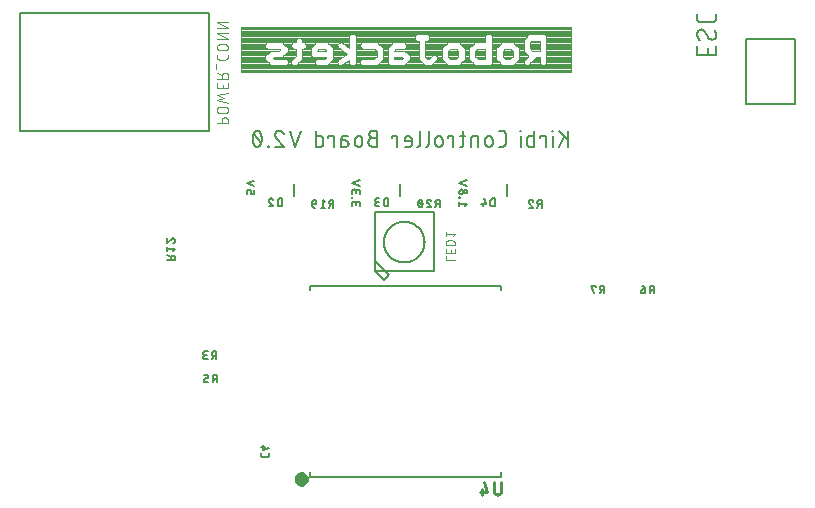
<source format=gbr>
G04 EAGLE Gerber RS-274X export*
G75*
%MOMM*%
%FSLAX34Y34*%
%LPD*%
%INSilkscreen Bottom*%
%IPPOS*%
%AMOC8*
5,1,8,0,0,1.08239X$1,22.5*%
G01*
%ADD10C,0.127000*%
%ADD11C,0.152400*%
%ADD12C,0.100000*%
%ADD13C,0.076200*%
%ADD14C,0.609600*%
%ADD15C,0.228600*%


D10*
X327365Y316635D02*
X327365Y330365D01*
X319737Y330365D02*
X327365Y321974D01*
X324314Y325026D02*
X319737Y316635D01*
X314757Y316635D02*
X314757Y325788D01*
X315138Y329602D02*
X315138Y330365D01*
X314376Y330365D01*
X314376Y329602D01*
X315138Y329602D01*
X308727Y325788D02*
X308727Y316635D01*
X308727Y325788D02*
X304151Y325788D01*
X304151Y324263D01*
X299287Y330365D02*
X299287Y316635D01*
X295473Y316635D01*
X295378Y316637D01*
X295284Y316643D01*
X295190Y316653D01*
X295096Y316666D01*
X295003Y316684D01*
X294911Y316705D01*
X294820Y316730D01*
X294730Y316759D01*
X294641Y316792D01*
X294554Y316828D01*
X294468Y316867D01*
X294384Y316911D01*
X294302Y316957D01*
X294222Y317008D01*
X294144Y317061D01*
X294068Y317117D01*
X293994Y317177D01*
X293923Y317240D01*
X293855Y317305D01*
X293790Y317373D01*
X293727Y317444D01*
X293667Y317518D01*
X293611Y317593D01*
X293558Y317672D01*
X293508Y317752D01*
X293461Y317834D01*
X293418Y317918D01*
X293378Y318004D01*
X293342Y318091D01*
X293309Y318180D01*
X293280Y318270D01*
X293255Y318361D01*
X293234Y318453D01*
X293216Y318546D01*
X293203Y318640D01*
X293193Y318734D01*
X293187Y318828D01*
X293185Y318923D01*
X293184Y318923D02*
X293184Y323500D01*
X293185Y323500D02*
X293187Y323595D01*
X293193Y323689D01*
X293203Y323783D01*
X293216Y323877D01*
X293234Y323970D01*
X293255Y324062D01*
X293280Y324153D01*
X293309Y324243D01*
X293342Y324332D01*
X293378Y324419D01*
X293417Y324505D01*
X293461Y324589D01*
X293507Y324671D01*
X293558Y324751D01*
X293611Y324830D01*
X293667Y324905D01*
X293727Y324979D01*
X293790Y325050D01*
X293855Y325118D01*
X293923Y325183D01*
X293994Y325246D01*
X294068Y325306D01*
X294144Y325362D01*
X294222Y325415D01*
X294302Y325466D01*
X294384Y325512D01*
X294468Y325556D01*
X294554Y325595D01*
X294641Y325631D01*
X294730Y325664D01*
X294820Y325693D01*
X294911Y325718D01*
X295003Y325739D01*
X295096Y325757D01*
X295190Y325770D01*
X295284Y325780D01*
X295378Y325786D01*
X295473Y325788D01*
X299287Y325788D01*
X287757Y325788D02*
X287757Y316635D01*
X288138Y329602D02*
X288138Y330365D01*
X287376Y330365D01*
X287376Y329602D01*
X288138Y329602D01*
X271910Y316635D02*
X268859Y316635D01*
X271910Y316635D02*
X272019Y316637D01*
X272128Y316643D01*
X272236Y316652D01*
X272344Y316666D01*
X272452Y316683D01*
X272559Y316705D01*
X272665Y316730D01*
X272770Y316759D01*
X272874Y316791D01*
X272976Y316827D01*
X273078Y316867D01*
X273177Y316911D01*
X273276Y316958D01*
X273372Y317008D01*
X273467Y317062D01*
X273560Y317119D01*
X273650Y317180D01*
X273738Y317244D01*
X273824Y317310D01*
X273908Y317380D01*
X273989Y317453D01*
X274067Y317529D01*
X274143Y317607D01*
X274216Y317688D01*
X274286Y317772D01*
X274352Y317858D01*
X274416Y317946D01*
X274477Y318037D01*
X274534Y318129D01*
X274588Y318224D01*
X274638Y318320D01*
X274685Y318419D01*
X274729Y318518D01*
X274769Y318620D01*
X274805Y318723D01*
X274837Y318826D01*
X274866Y318931D01*
X274891Y319037D01*
X274913Y319144D01*
X274930Y319252D01*
X274944Y319360D01*
X274953Y319468D01*
X274959Y319577D01*
X274961Y319686D01*
X274961Y327314D01*
X274959Y327423D01*
X274953Y327532D01*
X274944Y327640D01*
X274930Y327748D01*
X274913Y327856D01*
X274891Y327963D01*
X274866Y328069D01*
X274837Y328174D01*
X274805Y328277D01*
X274769Y328380D01*
X274729Y328482D01*
X274685Y328581D01*
X274638Y328680D01*
X274588Y328776D01*
X274534Y328871D01*
X274477Y328963D01*
X274416Y329054D01*
X274352Y329142D01*
X274286Y329228D01*
X274216Y329312D01*
X274143Y329393D01*
X274067Y329471D01*
X273989Y329547D01*
X273908Y329620D01*
X273824Y329690D01*
X273738Y329756D01*
X273650Y329820D01*
X273560Y329881D01*
X273467Y329938D01*
X273372Y329992D01*
X273276Y330042D01*
X273177Y330089D01*
X273078Y330133D01*
X272976Y330173D01*
X272874Y330209D01*
X272770Y330241D01*
X272665Y330270D01*
X272559Y330295D01*
X272452Y330317D01*
X272344Y330334D01*
X272236Y330348D01*
X272128Y330357D01*
X272019Y330363D01*
X271910Y330365D01*
X268859Y330365D01*
X263808Y322737D02*
X263808Y319686D01*
X263808Y322737D02*
X263806Y322846D01*
X263800Y322955D01*
X263791Y323063D01*
X263777Y323171D01*
X263760Y323279D01*
X263738Y323386D01*
X263713Y323492D01*
X263684Y323597D01*
X263652Y323701D01*
X263616Y323803D01*
X263576Y323905D01*
X263532Y324004D01*
X263485Y324103D01*
X263435Y324199D01*
X263381Y324294D01*
X263324Y324386D01*
X263263Y324477D01*
X263199Y324565D01*
X263133Y324651D01*
X263063Y324735D01*
X262990Y324816D01*
X262914Y324894D01*
X262836Y324970D01*
X262755Y325043D01*
X262671Y325113D01*
X262585Y325179D01*
X262497Y325243D01*
X262406Y325304D01*
X262314Y325361D01*
X262219Y325415D01*
X262123Y325465D01*
X262024Y325512D01*
X261925Y325556D01*
X261823Y325596D01*
X261721Y325632D01*
X261617Y325664D01*
X261512Y325693D01*
X261406Y325718D01*
X261299Y325740D01*
X261191Y325757D01*
X261083Y325771D01*
X260975Y325780D01*
X260866Y325786D01*
X260757Y325788D01*
X260648Y325786D01*
X260539Y325780D01*
X260431Y325771D01*
X260323Y325757D01*
X260215Y325740D01*
X260108Y325718D01*
X260002Y325693D01*
X259897Y325664D01*
X259793Y325632D01*
X259691Y325596D01*
X259589Y325556D01*
X259490Y325512D01*
X259391Y325465D01*
X259295Y325415D01*
X259200Y325361D01*
X259108Y325304D01*
X259017Y325243D01*
X258929Y325179D01*
X258843Y325113D01*
X258759Y325043D01*
X258678Y324970D01*
X258600Y324894D01*
X258524Y324816D01*
X258451Y324735D01*
X258381Y324651D01*
X258315Y324565D01*
X258251Y324477D01*
X258190Y324386D01*
X258133Y324294D01*
X258079Y324199D01*
X258029Y324103D01*
X257982Y324004D01*
X257938Y323905D01*
X257898Y323803D01*
X257862Y323701D01*
X257830Y323597D01*
X257801Y323492D01*
X257776Y323386D01*
X257754Y323279D01*
X257737Y323171D01*
X257723Y323063D01*
X257714Y322955D01*
X257708Y322846D01*
X257706Y322737D01*
X257706Y319686D01*
X257708Y319577D01*
X257714Y319468D01*
X257723Y319360D01*
X257737Y319252D01*
X257754Y319144D01*
X257776Y319037D01*
X257801Y318931D01*
X257830Y318826D01*
X257862Y318722D01*
X257898Y318620D01*
X257938Y318518D01*
X257982Y318419D01*
X258029Y318320D01*
X258079Y318224D01*
X258133Y318129D01*
X258190Y318037D01*
X258251Y317946D01*
X258315Y317858D01*
X258381Y317772D01*
X258451Y317688D01*
X258524Y317607D01*
X258600Y317529D01*
X258678Y317453D01*
X258759Y317380D01*
X258843Y317310D01*
X258929Y317244D01*
X259017Y317180D01*
X259108Y317119D01*
X259200Y317062D01*
X259295Y317008D01*
X259391Y316958D01*
X259490Y316911D01*
X259589Y316867D01*
X259691Y316827D01*
X259793Y316791D01*
X259897Y316759D01*
X260002Y316730D01*
X260108Y316705D01*
X260215Y316683D01*
X260323Y316666D01*
X260431Y316652D01*
X260539Y316643D01*
X260648Y316637D01*
X260757Y316635D01*
X260866Y316637D01*
X260975Y316643D01*
X261083Y316652D01*
X261191Y316666D01*
X261299Y316683D01*
X261406Y316705D01*
X261512Y316730D01*
X261617Y316759D01*
X261721Y316791D01*
X261823Y316827D01*
X261925Y316867D01*
X262024Y316911D01*
X262123Y316958D01*
X262219Y317008D01*
X262314Y317062D01*
X262406Y317119D01*
X262497Y317180D01*
X262585Y317244D01*
X262671Y317310D01*
X262755Y317380D01*
X262836Y317453D01*
X262914Y317529D01*
X262990Y317607D01*
X263063Y317688D01*
X263133Y317772D01*
X263199Y317858D01*
X263263Y317946D01*
X263324Y318037D01*
X263381Y318129D01*
X263435Y318224D01*
X263485Y318320D01*
X263532Y318419D01*
X263576Y318518D01*
X263616Y318620D01*
X263652Y318722D01*
X263684Y318826D01*
X263713Y318931D01*
X263738Y319037D01*
X263760Y319144D01*
X263777Y319252D01*
X263791Y319360D01*
X263800Y319468D01*
X263806Y319577D01*
X263808Y319686D01*
X251658Y316635D02*
X251658Y325788D01*
X247844Y325788D01*
X247749Y325786D01*
X247655Y325780D01*
X247561Y325770D01*
X247467Y325757D01*
X247374Y325739D01*
X247282Y325718D01*
X247191Y325693D01*
X247101Y325664D01*
X247012Y325631D01*
X246925Y325595D01*
X246839Y325556D01*
X246755Y325512D01*
X246673Y325466D01*
X246593Y325415D01*
X246515Y325362D01*
X246439Y325306D01*
X246365Y325246D01*
X246294Y325183D01*
X246226Y325118D01*
X246161Y325050D01*
X246098Y324979D01*
X246038Y324905D01*
X245982Y324830D01*
X245929Y324751D01*
X245879Y324671D01*
X245832Y324589D01*
X245789Y324505D01*
X245749Y324419D01*
X245713Y324332D01*
X245680Y324243D01*
X245651Y324153D01*
X245626Y324062D01*
X245605Y323970D01*
X245587Y323877D01*
X245574Y323783D01*
X245564Y323689D01*
X245558Y323595D01*
X245556Y323500D01*
X245556Y316635D01*
X240658Y325788D02*
X236081Y325788D01*
X239132Y330365D02*
X239132Y318923D01*
X239130Y318828D01*
X239124Y318734D01*
X239114Y318640D01*
X239101Y318546D01*
X239083Y318453D01*
X239062Y318361D01*
X239037Y318270D01*
X239008Y318180D01*
X238975Y318091D01*
X238939Y318004D01*
X238900Y317918D01*
X238856Y317834D01*
X238810Y317752D01*
X238759Y317672D01*
X238706Y317593D01*
X238650Y317518D01*
X238590Y317444D01*
X238527Y317373D01*
X238462Y317305D01*
X238394Y317240D01*
X238323Y317177D01*
X238249Y317117D01*
X238174Y317061D01*
X238095Y317008D01*
X238015Y316957D01*
X237933Y316911D01*
X237849Y316867D01*
X237763Y316828D01*
X237676Y316792D01*
X237587Y316759D01*
X237497Y316730D01*
X237406Y316705D01*
X237314Y316684D01*
X237221Y316666D01*
X237127Y316653D01*
X237033Y316643D01*
X236939Y316637D01*
X236844Y316635D01*
X236081Y316635D01*
X230428Y316635D02*
X230428Y325788D01*
X225851Y325788D01*
X225851Y324263D01*
X221508Y322737D02*
X221508Y319686D01*
X221508Y322737D02*
X221506Y322846D01*
X221500Y322955D01*
X221491Y323063D01*
X221477Y323171D01*
X221460Y323279D01*
X221438Y323386D01*
X221413Y323492D01*
X221384Y323597D01*
X221352Y323701D01*
X221316Y323803D01*
X221276Y323905D01*
X221232Y324004D01*
X221185Y324103D01*
X221135Y324199D01*
X221081Y324294D01*
X221024Y324386D01*
X220963Y324477D01*
X220899Y324565D01*
X220833Y324651D01*
X220763Y324735D01*
X220690Y324816D01*
X220614Y324894D01*
X220536Y324970D01*
X220455Y325043D01*
X220371Y325113D01*
X220285Y325179D01*
X220197Y325243D01*
X220106Y325304D01*
X220014Y325361D01*
X219919Y325415D01*
X219823Y325465D01*
X219724Y325512D01*
X219625Y325556D01*
X219523Y325596D01*
X219421Y325632D01*
X219317Y325664D01*
X219212Y325693D01*
X219106Y325718D01*
X218999Y325740D01*
X218891Y325757D01*
X218783Y325771D01*
X218675Y325780D01*
X218566Y325786D01*
X218457Y325788D01*
X218348Y325786D01*
X218239Y325780D01*
X218131Y325771D01*
X218023Y325757D01*
X217915Y325740D01*
X217808Y325718D01*
X217702Y325693D01*
X217597Y325664D01*
X217493Y325632D01*
X217391Y325596D01*
X217289Y325556D01*
X217190Y325512D01*
X217091Y325465D01*
X216995Y325415D01*
X216900Y325361D01*
X216808Y325304D01*
X216717Y325243D01*
X216629Y325179D01*
X216543Y325113D01*
X216459Y325043D01*
X216378Y324970D01*
X216300Y324894D01*
X216224Y324816D01*
X216151Y324735D01*
X216081Y324651D01*
X216015Y324565D01*
X215951Y324477D01*
X215890Y324386D01*
X215833Y324294D01*
X215779Y324199D01*
X215729Y324103D01*
X215682Y324004D01*
X215638Y323905D01*
X215598Y323803D01*
X215562Y323701D01*
X215530Y323597D01*
X215501Y323492D01*
X215476Y323386D01*
X215454Y323279D01*
X215437Y323171D01*
X215423Y323063D01*
X215414Y322955D01*
X215408Y322846D01*
X215406Y322737D01*
X215406Y319686D01*
X215408Y319577D01*
X215414Y319468D01*
X215423Y319360D01*
X215437Y319252D01*
X215454Y319144D01*
X215476Y319037D01*
X215501Y318931D01*
X215530Y318826D01*
X215562Y318722D01*
X215598Y318620D01*
X215638Y318518D01*
X215682Y318419D01*
X215729Y318320D01*
X215779Y318224D01*
X215833Y318129D01*
X215890Y318037D01*
X215951Y317946D01*
X216015Y317858D01*
X216081Y317772D01*
X216151Y317688D01*
X216224Y317607D01*
X216300Y317529D01*
X216378Y317453D01*
X216459Y317380D01*
X216543Y317310D01*
X216629Y317244D01*
X216717Y317180D01*
X216808Y317119D01*
X216900Y317062D01*
X216995Y317008D01*
X217091Y316958D01*
X217190Y316911D01*
X217289Y316867D01*
X217391Y316827D01*
X217493Y316791D01*
X217597Y316759D01*
X217702Y316730D01*
X217808Y316705D01*
X217915Y316683D01*
X218023Y316666D01*
X218131Y316652D01*
X218239Y316643D01*
X218348Y316637D01*
X218457Y316635D01*
X218566Y316637D01*
X218675Y316643D01*
X218783Y316652D01*
X218891Y316666D01*
X218999Y316683D01*
X219106Y316705D01*
X219212Y316730D01*
X219317Y316759D01*
X219421Y316791D01*
X219523Y316827D01*
X219625Y316867D01*
X219724Y316911D01*
X219823Y316958D01*
X219919Y317008D01*
X220014Y317062D01*
X220106Y317119D01*
X220197Y317180D01*
X220285Y317244D01*
X220371Y317310D01*
X220455Y317380D01*
X220536Y317453D01*
X220614Y317529D01*
X220690Y317607D01*
X220763Y317688D01*
X220833Y317772D01*
X220899Y317858D01*
X220963Y317946D01*
X221024Y318037D01*
X221081Y318129D01*
X221135Y318224D01*
X221185Y318320D01*
X221232Y318419D01*
X221276Y318518D01*
X221316Y318620D01*
X221352Y318722D01*
X221384Y318826D01*
X221413Y318931D01*
X221438Y319037D01*
X221460Y319144D01*
X221477Y319252D01*
X221491Y319360D01*
X221500Y319468D01*
X221506Y319577D01*
X221508Y319686D01*
X209640Y318923D02*
X209640Y330365D01*
X209639Y318923D02*
X209637Y318828D01*
X209631Y318734D01*
X209621Y318640D01*
X209608Y318546D01*
X209590Y318453D01*
X209569Y318361D01*
X209544Y318270D01*
X209515Y318180D01*
X209482Y318091D01*
X209446Y318004D01*
X209407Y317918D01*
X209363Y317834D01*
X209317Y317752D01*
X209266Y317672D01*
X209213Y317593D01*
X209157Y317518D01*
X209097Y317444D01*
X209034Y317373D01*
X208969Y317305D01*
X208901Y317240D01*
X208830Y317177D01*
X208756Y317117D01*
X208681Y317061D01*
X208602Y317008D01*
X208522Y316957D01*
X208440Y316911D01*
X208356Y316867D01*
X208270Y316828D01*
X208183Y316792D01*
X208094Y316759D01*
X208004Y316730D01*
X207913Y316705D01*
X207821Y316684D01*
X207728Y316666D01*
X207634Y316653D01*
X207540Y316643D01*
X207446Y316637D01*
X207351Y316635D01*
X202440Y318923D02*
X202440Y330365D01*
X202439Y318923D02*
X202437Y318828D01*
X202431Y318734D01*
X202421Y318640D01*
X202408Y318546D01*
X202390Y318453D01*
X202369Y318361D01*
X202344Y318270D01*
X202315Y318180D01*
X202282Y318091D01*
X202246Y318004D01*
X202207Y317918D01*
X202163Y317834D01*
X202117Y317752D01*
X202066Y317672D01*
X202013Y317593D01*
X201957Y317518D01*
X201897Y317444D01*
X201834Y317373D01*
X201769Y317305D01*
X201701Y317240D01*
X201630Y317177D01*
X201556Y317117D01*
X201481Y317061D01*
X201402Y317008D01*
X201322Y316957D01*
X201240Y316911D01*
X201156Y316867D01*
X201070Y316828D01*
X200983Y316792D01*
X200894Y316759D01*
X200804Y316730D01*
X200713Y316705D01*
X200621Y316684D01*
X200528Y316666D01*
X200434Y316653D01*
X200340Y316643D01*
X200246Y316637D01*
X200151Y316635D01*
X193120Y316635D02*
X189306Y316635D01*
X193120Y316635D02*
X193215Y316637D01*
X193309Y316643D01*
X193403Y316653D01*
X193497Y316666D01*
X193590Y316684D01*
X193682Y316705D01*
X193773Y316730D01*
X193863Y316759D01*
X193952Y316792D01*
X194039Y316828D01*
X194125Y316867D01*
X194209Y316911D01*
X194291Y316957D01*
X194371Y317008D01*
X194450Y317061D01*
X194525Y317117D01*
X194599Y317177D01*
X194670Y317240D01*
X194738Y317305D01*
X194803Y317373D01*
X194866Y317444D01*
X194926Y317518D01*
X194982Y317593D01*
X195035Y317672D01*
X195086Y317752D01*
X195132Y317834D01*
X195176Y317918D01*
X195215Y318004D01*
X195251Y318091D01*
X195284Y318180D01*
X195313Y318270D01*
X195338Y318361D01*
X195359Y318453D01*
X195377Y318546D01*
X195390Y318640D01*
X195400Y318734D01*
X195406Y318828D01*
X195408Y318923D01*
X195408Y322737D01*
X195406Y322846D01*
X195400Y322955D01*
X195391Y323063D01*
X195377Y323171D01*
X195360Y323279D01*
X195338Y323386D01*
X195313Y323492D01*
X195284Y323597D01*
X195252Y323701D01*
X195216Y323803D01*
X195176Y323905D01*
X195132Y324004D01*
X195085Y324103D01*
X195035Y324199D01*
X194981Y324294D01*
X194924Y324386D01*
X194863Y324477D01*
X194799Y324565D01*
X194733Y324651D01*
X194663Y324735D01*
X194590Y324816D01*
X194514Y324894D01*
X194436Y324970D01*
X194355Y325043D01*
X194271Y325113D01*
X194185Y325179D01*
X194097Y325243D01*
X194006Y325304D01*
X193914Y325361D01*
X193819Y325415D01*
X193723Y325465D01*
X193624Y325512D01*
X193525Y325556D01*
X193423Y325596D01*
X193321Y325632D01*
X193217Y325664D01*
X193112Y325693D01*
X193006Y325718D01*
X192899Y325740D01*
X192791Y325757D01*
X192683Y325771D01*
X192575Y325780D01*
X192466Y325786D01*
X192357Y325788D01*
X192248Y325786D01*
X192139Y325780D01*
X192031Y325771D01*
X191923Y325757D01*
X191815Y325740D01*
X191708Y325718D01*
X191602Y325693D01*
X191497Y325664D01*
X191393Y325632D01*
X191291Y325596D01*
X191189Y325556D01*
X191090Y325512D01*
X190991Y325465D01*
X190895Y325415D01*
X190800Y325361D01*
X190708Y325304D01*
X190617Y325243D01*
X190529Y325179D01*
X190443Y325113D01*
X190359Y325043D01*
X190278Y324970D01*
X190200Y324894D01*
X190124Y324816D01*
X190051Y324735D01*
X189981Y324651D01*
X189915Y324565D01*
X189851Y324477D01*
X189790Y324386D01*
X189733Y324294D01*
X189679Y324199D01*
X189629Y324103D01*
X189582Y324004D01*
X189538Y323905D01*
X189498Y323803D01*
X189462Y323701D01*
X189430Y323597D01*
X189401Y323492D01*
X189376Y323386D01*
X189354Y323279D01*
X189337Y323171D01*
X189323Y323063D01*
X189314Y322955D01*
X189308Y322846D01*
X189306Y322737D01*
X189306Y321212D01*
X195408Y321212D01*
X183178Y316635D02*
X183178Y325788D01*
X178601Y325788D01*
X178601Y324263D01*
X166265Y324263D02*
X162452Y324263D01*
X162330Y324261D01*
X162208Y324255D01*
X162086Y324245D01*
X161964Y324232D01*
X161843Y324214D01*
X161723Y324193D01*
X161603Y324167D01*
X161485Y324138D01*
X161367Y324105D01*
X161250Y324069D01*
X161135Y324028D01*
X161021Y323984D01*
X160908Y323937D01*
X160797Y323885D01*
X160688Y323830D01*
X160580Y323772D01*
X160475Y323711D01*
X160371Y323645D01*
X160270Y323577D01*
X160171Y323506D01*
X160074Y323431D01*
X159980Y323353D01*
X159888Y323272D01*
X159799Y323189D01*
X159712Y323102D01*
X159629Y323013D01*
X159548Y322921D01*
X159470Y322827D01*
X159395Y322730D01*
X159324Y322631D01*
X159256Y322530D01*
X159190Y322426D01*
X159129Y322321D01*
X159071Y322213D01*
X159016Y322104D01*
X158964Y321993D01*
X158917Y321880D01*
X158873Y321766D01*
X158832Y321651D01*
X158796Y321534D01*
X158763Y321416D01*
X158734Y321298D01*
X158708Y321178D01*
X158687Y321058D01*
X158669Y320937D01*
X158656Y320815D01*
X158646Y320693D01*
X158640Y320571D01*
X158638Y320449D01*
X158640Y320327D01*
X158646Y320205D01*
X158656Y320083D01*
X158669Y319961D01*
X158687Y319840D01*
X158708Y319720D01*
X158734Y319600D01*
X158763Y319482D01*
X158796Y319364D01*
X158832Y319247D01*
X158873Y319132D01*
X158917Y319018D01*
X158964Y318905D01*
X159016Y318794D01*
X159071Y318685D01*
X159129Y318577D01*
X159190Y318472D01*
X159256Y318368D01*
X159324Y318267D01*
X159395Y318168D01*
X159470Y318071D01*
X159548Y317977D01*
X159629Y317885D01*
X159712Y317796D01*
X159799Y317709D01*
X159888Y317626D01*
X159980Y317545D01*
X160074Y317467D01*
X160171Y317392D01*
X160270Y317321D01*
X160371Y317253D01*
X160475Y317187D01*
X160580Y317126D01*
X160688Y317068D01*
X160797Y317013D01*
X160908Y316961D01*
X161021Y316914D01*
X161135Y316870D01*
X161250Y316829D01*
X161367Y316793D01*
X161485Y316760D01*
X161603Y316731D01*
X161723Y316705D01*
X161843Y316684D01*
X161964Y316666D01*
X162086Y316653D01*
X162208Y316643D01*
X162330Y316637D01*
X162452Y316635D01*
X166265Y316635D01*
X166265Y330365D01*
X162452Y330365D01*
X162343Y330363D01*
X162234Y330357D01*
X162126Y330348D01*
X162018Y330334D01*
X161910Y330317D01*
X161803Y330295D01*
X161697Y330270D01*
X161592Y330241D01*
X161488Y330209D01*
X161386Y330173D01*
X161284Y330133D01*
X161185Y330089D01*
X161086Y330042D01*
X160990Y329992D01*
X160895Y329938D01*
X160803Y329881D01*
X160712Y329820D01*
X160624Y329756D01*
X160538Y329690D01*
X160454Y329620D01*
X160373Y329547D01*
X160295Y329471D01*
X160219Y329393D01*
X160146Y329312D01*
X160076Y329228D01*
X160010Y329142D01*
X159946Y329054D01*
X159885Y328963D01*
X159828Y328871D01*
X159774Y328776D01*
X159724Y328680D01*
X159677Y328581D01*
X159633Y328482D01*
X159593Y328380D01*
X159557Y328278D01*
X159525Y328174D01*
X159496Y328069D01*
X159471Y327963D01*
X159449Y327856D01*
X159432Y327748D01*
X159418Y327640D01*
X159409Y327532D01*
X159403Y327423D01*
X159401Y327314D01*
X159403Y327205D01*
X159409Y327096D01*
X159418Y326988D01*
X159432Y326880D01*
X159449Y326772D01*
X159471Y326665D01*
X159496Y326559D01*
X159525Y326454D01*
X159557Y326350D01*
X159593Y326248D01*
X159633Y326146D01*
X159677Y326047D01*
X159724Y325948D01*
X159774Y325852D01*
X159828Y325757D01*
X159885Y325665D01*
X159946Y325574D01*
X160010Y325486D01*
X160076Y325400D01*
X160146Y325316D01*
X160219Y325235D01*
X160295Y325157D01*
X160373Y325081D01*
X160454Y325008D01*
X160538Y324938D01*
X160624Y324872D01*
X160712Y324808D01*
X160803Y324747D01*
X160895Y324690D01*
X160990Y324636D01*
X161086Y324586D01*
X161185Y324539D01*
X161284Y324495D01*
X161386Y324455D01*
X161488Y324419D01*
X161592Y324387D01*
X161697Y324358D01*
X161803Y324333D01*
X161910Y324311D01*
X162018Y324294D01*
X162126Y324280D01*
X162234Y324271D01*
X162343Y324265D01*
X162452Y324263D01*
X153559Y322737D02*
X153559Y319686D01*
X153558Y322737D02*
X153556Y322846D01*
X153550Y322955D01*
X153541Y323063D01*
X153527Y323171D01*
X153510Y323279D01*
X153488Y323386D01*
X153463Y323492D01*
X153434Y323597D01*
X153402Y323701D01*
X153366Y323803D01*
X153326Y323905D01*
X153282Y324004D01*
X153235Y324103D01*
X153185Y324199D01*
X153131Y324294D01*
X153074Y324386D01*
X153013Y324477D01*
X152949Y324565D01*
X152883Y324651D01*
X152813Y324735D01*
X152740Y324816D01*
X152664Y324894D01*
X152586Y324970D01*
X152505Y325043D01*
X152421Y325113D01*
X152335Y325179D01*
X152247Y325243D01*
X152156Y325304D01*
X152064Y325361D01*
X151969Y325415D01*
X151873Y325465D01*
X151774Y325512D01*
X151675Y325556D01*
X151573Y325596D01*
X151471Y325632D01*
X151367Y325664D01*
X151262Y325693D01*
X151156Y325718D01*
X151049Y325740D01*
X150941Y325757D01*
X150833Y325771D01*
X150725Y325780D01*
X150616Y325786D01*
X150507Y325788D01*
X150398Y325786D01*
X150289Y325780D01*
X150181Y325771D01*
X150073Y325757D01*
X149965Y325740D01*
X149858Y325718D01*
X149752Y325693D01*
X149647Y325664D01*
X149543Y325632D01*
X149441Y325596D01*
X149339Y325556D01*
X149240Y325512D01*
X149141Y325465D01*
X149045Y325415D01*
X148950Y325361D01*
X148858Y325304D01*
X148767Y325243D01*
X148679Y325179D01*
X148593Y325113D01*
X148509Y325043D01*
X148428Y324970D01*
X148350Y324894D01*
X148274Y324816D01*
X148201Y324735D01*
X148131Y324651D01*
X148065Y324565D01*
X148001Y324477D01*
X147940Y324386D01*
X147883Y324294D01*
X147829Y324199D01*
X147779Y324103D01*
X147732Y324004D01*
X147688Y323905D01*
X147648Y323803D01*
X147612Y323701D01*
X147580Y323597D01*
X147551Y323492D01*
X147526Y323386D01*
X147504Y323279D01*
X147487Y323171D01*
X147473Y323063D01*
X147464Y322955D01*
X147458Y322846D01*
X147456Y322737D01*
X147456Y319686D01*
X147458Y319577D01*
X147464Y319468D01*
X147473Y319360D01*
X147487Y319252D01*
X147504Y319144D01*
X147526Y319037D01*
X147551Y318931D01*
X147580Y318826D01*
X147612Y318722D01*
X147648Y318620D01*
X147688Y318518D01*
X147732Y318419D01*
X147779Y318320D01*
X147829Y318224D01*
X147883Y318129D01*
X147940Y318037D01*
X148001Y317946D01*
X148065Y317858D01*
X148131Y317772D01*
X148201Y317688D01*
X148274Y317607D01*
X148350Y317529D01*
X148428Y317453D01*
X148509Y317380D01*
X148593Y317310D01*
X148679Y317244D01*
X148767Y317180D01*
X148858Y317119D01*
X148950Y317062D01*
X149045Y317008D01*
X149141Y316958D01*
X149240Y316911D01*
X149339Y316867D01*
X149441Y316827D01*
X149543Y316791D01*
X149647Y316759D01*
X149752Y316730D01*
X149858Y316705D01*
X149965Y316683D01*
X150073Y316666D01*
X150181Y316652D01*
X150289Y316643D01*
X150398Y316637D01*
X150507Y316635D01*
X150616Y316637D01*
X150725Y316643D01*
X150833Y316652D01*
X150941Y316666D01*
X151049Y316683D01*
X151156Y316705D01*
X151262Y316730D01*
X151367Y316759D01*
X151471Y316791D01*
X151573Y316827D01*
X151675Y316867D01*
X151774Y316911D01*
X151873Y316958D01*
X151969Y317008D01*
X152064Y317062D01*
X152156Y317119D01*
X152247Y317180D01*
X152335Y317244D01*
X152421Y317310D01*
X152505Y317380D01*
X152586Y317453D01*
X152664Y317529D01*
X152740Y317607D01*
X152813Y317688D01*
X152883Y317772D01*
X152949Y317858D01*
X153013Y317946D01*
X153074Y318037D01*
X153131Y318129D01*
X153185Y318224D01*
X153235Y318320D01*
X153282Y318419D01*
X153326Y318518D01*
X153366Y318620D01*
X153402Y318722D01*
X153434Y318826D01*
X153463Y318931D01*
X153488Y319037D01*
X153510Y319144D01*
X153527Y319252D01*
X153541Y319360D01*
X153550Y319468D01*
X153556Y319577D01*
X153558Y319686D01*
X139260Y321974D02*
X135828Y321974D01*
X139260Y321975D02*
X139362Y321973D01*
X139464Y321967D01*
X139566Y321957D01*
X139668Y321944D01*
X139768Y321926D01*
X139868Y321905D01*
X139968Y321880D01*
X140066Y321851D01*
X140163Y321818D01*
X140258Y321781D01*
X140352Y321741D01*
X140445Y321698D01*
X140536Y321651D01*
X140624Y321600D01*
X140711Y321546D01*
X140796Y321489D01*
X140879Y321428D01*
X140959Y321365D01*
X141036Y321298D01*
X141111Y321229D01*
X141184Y321156D01*
X141253Y321081D01*
X141320Y321004D01*
X141383Y320924D01*
X141444Y320841D01*
X141501Y320756D01*
X141555Y320669D01*
X141606Y320581D01*
X141653Y320490D01*
X141696Y320397D01*
X141736Y320303D01*
X141773Y320208D01*
X141806Y320111D01*
X141835Y320013D01*
X141860Y319913D01*
X141881Y319813D01*
X141899Y319713D01*
X141912Y319611D01*
X141922Y319509D01*
X141928Y319407D01*
X141930Y319305D01*
X141928Y319203D01*
X141922Y319101D01*
X141912Y318999D01*
X141899Y318897D01*
X141881Y318797D01*
X141860Y318697D01*
X141835Y318597D01*
X141806Y318499D01*
X141773Y318402D01*
X141736Y318307D01*
X141696Y318213D01*
X141653Y318120D01*
X141606Y318029D01*
X141555Y317941D01*
X141501Y317854D01*
X141444Y317769D01*
X141383Y317686D01*
X141320Y317606D01*
X141253Y317529D01*
X141184Y317454D01*
X141111Y317381D01*
X141036Y317312D01*
X140959Y317245D01*
X140879Y317182D01*
X140796Y317121D01*
X140711Y317064D01*
X140624Y317010D01*
X140536Y316959D01*
X140445Y316912D01*
X140352Y316869D01*
X140258Y316829D01*
X140163Y316792D01*
X140066Y316759D01*
X139968Y316730D01*
X139868Y316705D01*
X139768Y316684D01*
X139668Y316666D01*
X139566Y316653D01*
X139464Y316643D01*
X139362Y316637D01*
X139260Y316635D01*
X135828Y316635D01*
X135828Y323500D01*
X135830Y323595D01*
X135836Y323689D01*
X135846Y323783D01*
X135859Y323877D01*
X135877Y323970D01*
X135898Y324062D01*
X135923Y324153D01*
X135952Y324243D01*
X135985Y324332D01*
X136021Y324419D01*
X136060Y324505D01*
X136104Y324589D01*
X136150Y324671D01*
X136201Y324751D01*
X136254Y324830D01*
X136310Y324905D01*
X136370Y324979D01*
X136433Y325050D01*
X136498Y325118D01*
X136566Y325183D01*
X136637Y325246D01*
X136711Y325306D01*
X136787Y325362D01*
X136865Y325415D01*
X136945Y325466D01*
X137027Y325512D01*
X137111Y325556D01*
X137197Y325595D01*
X137284Y325631D01*
X137373Y325664D01*
X137463Y325693D01*
X137554Y325718D01*
X137646Y325739D01*
X137739Y325757D01*
X137833Y325770D01*
X137927Y325780D01*
X138021Y325786D01*
X138116Y325788D01*
X141167Y325788D01*
X129178Y325788D02*
X129178Y316635D01*
X129178Y325788D02*
X124601Y325788D01*
X124601Y324263D01*
X114228Y330365D02*
X114228Y316635D01*
X118042Y316635D01*
X118137Y316637D01*
X118231Y316643D01*
X118325Y316653D01*
X118419Y316666D01*
X118512Y316684D01*
X118604Y316705D01*
X118695Y316730D01*
X118785Y316759D01*
X118874Y316792D01*
X118961Y316828D01*
X119047Y316867D01*
X119131Y316911D01*
X119213Y316957D01*
X119293Y317008D01*
X119372Y317061D01*
X119447Y317117D01*
X119521Y317177D01*
X119592Y317240D01*
X119660Y317305D01*
X119725Y317373D01*
X119788Y317444D01*
X119848Y317518D01*
X119904Y317593D01*
X119957Y317672D01*
X120008Y317752D01*
X120054Y317834D01*
X120098Y317918D01*
X120137Y318004D01*
X120173Y318091D01*
X120206Y318180D01*
X120235Y318270D01*
X120260Y318361D01*
X120281Y318453D01*
X120299Y318546D01*
X120312Y318640D01*
X120322Y318734D01*
X120328Y318828D01*
X120330Y318923D01*
X120330Y323500D01*
X120328Y323595D01*
X120322Y323689D01*
X120312Y323783D01*
X120299Y323877D01*
X120281Y323970D01*
X120260Y324062D01*
X120235Y324153D01*
X120206Y324243D01*
X120173Y324332D01*
X120137Y324419D01*
X120098Y324505D01*
X120054Y324589D01*
X120008Y324671D01*
X119957Y324751D01*
X119904Y324830D01*
X119848Y324905D01*
X119788Y324979D01*
X119725Y325050D01*
X119660Y325118D01*
X119592Y325183D01*
X119521Y325246D01*
X119447Y325306D01*
X119372Y325362D01*
X119293Y325415D01*
X119213Y325466D01*
X119131Y325512D01*
X119047Y325556D01*
X118961Y325595D01*
X118874Y325631D01*
X118785Y325664D01*
X118695Y325693D01*
X118604Y325718D01*
X118512Y325739D01*
X118419Y325757D01*
X118325Y325770D01*
X118231Y325780D01*
X118137Y325786D01*
X118042Y325788D01*
X114228Y325788D01*
X101534Y330365D02*
X96958Y316635D01*
X92381Y330365D01*
X83076Y330366D02*
X82961Y330364D01*
X82847Y330358D01*
X82732Y330349D01*
X82618Y330335D01*
X82505Y330318D01*
X82392Y330297D01*
X82280Y330272D01*
X82169Y330244D01*
X82059Y330212D01*
X81950Y330176D01*
X81842Y330137D01*
X81736Y330094D01*
X81631Y330047D01*
X81528Y329997D01*
X81426Y329944D01*
X81326Y329887D01*
X81229Y329827D01*
X81133Y329763D01*
X81040Y329697D01*
X80948Y329627D01*
X80860Y329555D01*
X80773Y329479D01*
X80689Y329401D01*
X80608Y329320D01*
X80530Y329236D01*
X80454Y329149D01*
X80382Y329061D01*
X80312Y328969D01*
X80246Y328876D01*
X80182Y328780D01*
X80122Y328683D01*
X80065Y328583D01*
X80012Y328481D01*
X79962Y328378D01*
X79915Y328273D01*
X79872Y328167D01*
X79833Y328059D01*
X79797Y327950D01*
X79765Y327840D01*
X79737Y327729D01*
X79712Y327617D01*
X79691Y327504D01*
X79674Y327391D01*
X79660Y327277D01*
X79651Y327162D01*
X79645Y327048D01*
X79643Y326933D01*
X83076Y330365D02*
X83208Y330363D01*
X83340Y330357D01*
X83472Y330347D01*
X83603Y330333D01*
X83734Y330316D01*
X83864Y330294D01*
X83994Y330268D01*
X84122Y330239D01*
X84250Y330206D01*
X84377Y330169D01*
X84502Y330128D01*
X84627Y330083D01*
X84750Y330035D01*
X84871Y329983D01*
X84991Y329928D01*
X85109Y329869D01*
X85225Y329806D01*
X85339Y329740D01*
X85452Y329670D01*
X85562Y329598D01*
X85670Y329522D01*
X85775Y329442D01*
X85879Y329360D01*
X85979Y329274D01*
X86077Y329186D01*
X86173Y329095D01*
X86265Y329001D01*
X86355Y328904D01*
X86442Y328804D01*
X86526Y328702D01*
X86606Y328598D01*
X86684Y328491D01*
X86758Y328382D01*
X86829Y328270D01*
X86897Y328157D01*
X86961Y328042D01*
X87022Y327924D01*
X87079Y327805D01*
X87133Y327685D01*
X87183Y327562D01*
X87229Y327439D01*
X87271Y327314D01*
X80788Y324263D02*
X80703Y324347D01*
X80621Y324433D01*
X80541Y324522D01*
X80465Y324614D01*
X80391Y324708D01*
X80320Y324804D01*
X80253Y324903D01*
X80189Y325004D01*
X80128Y325107D01*
X80071Y325211D01*
X80017Y325318D01*
X79966Y325426D01*
X79919Y325536D01*
X79876Y325647D01*
X79836Y325760D01*
X79800Y325873D01*
X79767Y325988D01*
X79738Y326104D01*
X79713Y326221D01*
X79692Y326338D01*
X79675Y326457D01*
X79661Y326575D01*
X79652Y326694D01*
X79646Y326814D01*
X79644Y326933D01*
X80788Y324263D02*
X87271Y316635D01*
X79644Y316635D01*
X74389Y316635D02*
X74389Y317398D01*
X73626Y317398D01*
X73626Y316635D01*
X74389Y316635D01*
X68371Y323500D02*
X68368Y323770D01*
X68358Y324040D01*
X68342Y324310D01*
X68319Y324579D01*
X68290Y324847D01*
X68255Y325115D01*
X68213Y325382D01*
X68165Y325648D01*
X68111Y325912D01*
X68050Y326175D01*
X67983Y326437D01*
X67910Y326697D01*
X67830Y326955D01*
X67745Y327211D01*
X67653Y327466D01*
X67556Y327717D01*
X67452Y327967D01*
X67342Y328214D01*
X67227Y328458D01*
X67191Y328558D01*
X67151Y328656D01*
X67108Y328753D01*
X67060Y328848D01*
X67009Y328941D01*
X66955Y329032D01*
X66898Y329121D01*
X66837Y329208D01*
X66772Y329292D01*
X66705Y329374D01*
X66635Y329454D01*
X66561Y329530D01*
X66485Y329604D01*
X66407Y329675D01*
X66325Y329743D01*
X66241Y329808D01*
X66155Y329870D01*
X66066Y329928D01*
X65976Y329983D01*
X65883Y330035D01*
X65788Y330083D01*
X65692Y330127D01*
X65594Y330168D01*
X65495Y330205D01*
X65394Y330238D01*
X65292Y330268D01*
X65189Y330294D01*
X65085Y330315D01*
X64981Y330333D01*
X64876Y330347D01*
X64770Y330357D01*
X64664Y330363D01*
X64558Y330365D01*
X64452Y330363D01*
X64346Y330357D01*
X64240Y330347D01*
X64135Y330333D01*
X64031Y330315D01*
X63927Y330294D01*
X63824Y330268D01*
X63722Y330238D01*
X63621Y330205D01*
X63522Y330168D01*
X63424Y330127D01*
X63328Y330083D01*
X63233Y330035D01*
X63140Y329983D01*
X63050Y329928D01*
X62961Y329870D01*
X62875Y329808D01*
X62791Y329743D01*
X62710Y329675D01*
X62631Y329604D01*
X62555Y329530D01*
X62481Y329454D01*
X62411Y329374D01*
X62344Y329292D01*
X62279Y329208D01*
X62218Y329121D01*
X62161Y329032D01*
X62107Y328941D01*
X62056Y328848D01*
X62008Y328753D01*
X61965Y328656D01*
X61925Y328558D01*
X61889Y328458D01*
X61888Y328458D02*
X61773Y328214D01*
X61663Y327967D01*
X61559Y327717D01*
X61462Y327466D01*
X61370Y327211D01*
X61285Y326955D01*
X61205Y326697D01*
X61132Y326437D01*
X61065Y326175D01*
X61004Y325912D01*
X60950Y325648D01*
X60902Y325382D01*
X60860Y325115D01*
X60825Y324847D01*
X60796Y324579D01*
X60773Y324310D01*
X60757Y324040D01*
X60747Y323770D01*
X60744Y323500D01*
X68372Y323500D02*
X68369Y323230D01*
X68359Y322960D01*
X68343Y322690D01*
X68320Y322421D01*
X68291Y322153D01*
X68256Y321885D01*
X68214Y321618D01*
X68166Y321352D01*
X68112Y321088D01*
X68051Y320824D01*
X67984Y320563D01*
X67911Y320303D01*
X67831Y320044D01*
X67746Y319788D01*
X67654Y319534D01*
X67557Y319282D01*
X67453Y319033D01*
X67343Y318786D01*
X67228Y318542D01*
X67227Y318542D02*
X67191Y318442D01*
X67151Y318344D01*
X67108Y318247D01*
X67060Y318152D01*
X67009Y318059D01*
X66955Y317968D01*
X66898Y317879D01*
X66837Y317792D01*
X66772Y317708D01*
X66705Y317626D01*
X66635Y317546D01*
X66561Y317470D01*
X66485Y317396D01*
X66407Y317325D01*
X66325Y317257D01*
X66241Y317192D01*
X66155Y317130D01*
X66066Y317072D01*
X65976Y317017D01*
X65883Y316965D01*
X65788Y316917D01*
X65692Y316873D01*
X65594Y316832D01*
X65495Y316795D01*
X65394Y316762D01*
X65292Y316732D01*
X65189Y316706D01*
X65085Y316685D01*
X64981Y316667D01*
X64876Y316653D01*
X64770Y316643D01*
X64664Y316637D01*
X64558Y316635D01*
X61887Y318542D02*
X61772Y318786D01*
X61662Y319033D01*
X61558Y319282D01*
X61461Y319534D01*
X61369Y319788D01*
X61284Y320044D01*
X61204Y320303D01*
X61131Y320563D01*
X61064Y320824D01*
X61003Y321088D01*
X60949Y321352D01*
X60901Y321618D01*
X60859Y321885D01*
X60824Y322153D01*
X60795Y322421D01*
X60772Y322690D01*
X60756Y322960D01*
X60746Y323230D01*
X60743Y323500D01*
X61889Y318542D02*
X61925Y318442D01*
X61965Y318344D01*
X62009Y318247D01*
X62056Y318152D01*
X62107Y318059D01*
X62161Y317968D01*
X62219Y317879D01*
X62279Y317792D01*
X62344Y317708D01*
X62411Y317626D01*
X62481Y317546D01*
X62555Y317470D01*
X62631Y317396D01*
X62710Y317325D01*
X62791Y317257D01*
X62875Y317192D01*
X62961Y317130D01*
X63050Y317072D01*
X63140Y317017D01*
X63233Y316965D01*
X63328Y316917D01*
X63424Y316873D01*
X63522Y316832D01*
X63621Y316795D01*
X63722Y316762D01*
X63824Y316732D01*
X63927Y316706D01*
X64031Y316685D01*
X64135Y316667D01*
X64240Y316653D01*
X64346Y316643D01*
X64452Y316637D01*
X64558Y316635D01*
X67609Y319686D02*
X61506Y327314D01*
D11*
X129110Y271618D02*
X129110Y265014D01*
X129110Y271618D02*
X127276Y271618D01*
X127191Y271616D01*
X127107Y271610D01*
X127023Y271600D01*
X126939Y271587D01*
X126856Y271569D01*
X126774Y271548D01*
X126693Y271523D01*
X126613Y271494D01*
X126535Y271462D01*
X126459Y271426D01*
X126384Y271386D01*
X126311Y271343D01*
X126240Y271297D01*
X126171Y271248D01*
X126104Y271195D01*
X126040Y271139D01*
X125979Y271081D01*
X125921Y271020D01*
X125865Y270956D01*
X125812Y270889D01*
X125763Y270820D01*
X125717Y270749D01*
X125674Y270676D01*
X125634Y270601D01*
X125598Y270525D01*
X125566Y270447D01*
X125537Y270367D01*
X125512Y270286D01*
X125491Y270204D01*
X125473Y270121D01*
X125460Y270037D01*
X125450Y269953D01*
X125444Y269869D01*
X125442Y269784D01*
X125444Y269699D01*
X125450Y269615D01*
X125460Y269531D01*
X125473Y269447D01*
X125491Y269364D01*
X125512Y269282D01*
X125537Y269201D01*
X125566Y269121D01*
X125598Y269043D01*
X125634Y268967D01*
X125674Y268892D01*
X125717Y268819D01*
X125763Y268748D01*
X125812Y268679D01*
X125865Y268612D01*
X125921Y268548D01*
X125979Y268487D01*
X126040Y268429D01*
X126104Y268373D01*
X126171Y268320D01*
X126240Y268271D01*
X126311Y268225D01*
X126384Y268182D01*
X126459Y268142D01*
X126535Y268106D01*
X126613Y268074D01*
X126693Y268045D01*
X126774Y268020D01*
X126856Y267999D01*
X126939Y267981D01*
X127023Y267968D01*
X127107Y267958D01*
X127191Y267952D01*
X127276Y267950D01*
X127276Y267949D02*
X129110Y267949D01*
X126909Y267949D02*
X125441Y265014D01*
X121874Y270150D02*
X120039Y271618D01*
X120039Y265014D01*
X118205Y265014D02*
X121874Y265014D01*
X113091Y267949D02*
X110890Y267949D01*
X113091Y267949D02*
X113165Y267951D01*
X113240Y267957D01*
X113313Y267966D01*
X113387Y267979D01*
X113459Y267996D01*
X113530Y268016D01*
X113601Y268040D01*
X113670Y268068D01*
X113738Y268099D01*
X113803Y268133D01*
X113868Y268171D01*
X113930Y268212D01*
X113990Y268256D01*
X114047Y268303D01*
X114102Y268353D01*
X114155Y268406D01*
X114205Y268461D01*
X114252Y268518D01*
X114296Y268578D01*
X114337Y268640D01*
X114375Y268705D01*
X114409Y268771D01*
X114440Y268838D01*
X114468Y268907D01*
X114492Y268978D01*
X114512Y269049D01*
X114529Y269122D01*
X114542Y269195D01*
X114551Y269269D01*
X114557Y269343D01*
X114559Y269417D01*
X114559Y269784D01*
X114558Y269784D02*
X114556Y269869D01*
X114550Y269953D01*
X114540Y270037D01*
X114527Y270121D01*
X114509Y270204D01*
X114488Y270286D01*
X114463Y270367D01*
X114434Y270447D01*
X114402Y270525D01*
X114366Y270601D01*
X114326Y270676D01*
X114283Y270749D01*
X114237Y270820D01*
X114188Y270889D01*
X114135Y270956D01*
X114079Y271020D01*
X114021Y271081D01*
X113960Y271139D01*
X113896Y271195D01*
X113829Y271248D01*
X113760Y271297D01*
X113689Y271343D01*
X113616Y271386D01*
X113541Y271426D01*
X113465Y271462D01*
X113387Y271494D01*
X113307Y271523D01*
X113226Y271548D01*
X113144Y271569D01*
X113061Y271587D01*
X112977Y271600D01*
X112893Y271610D01*
X112809Y271616D01*
X112724Y271618D01*
X112639Y271616D01*
X112555Y271610D01*
X112471Y271600D01*
X112387Y271587D01*
X112304Y271569D01*
X112222Y271548D01*
X112141Y271523D01*
X112061Y271494D01*
X111983Y271462D01*
X111907Y271426D01*
X111832Y271386D01*
X111759Y271343D01*
X111688Y271297D01*
X111619Y271248D01*
X111552Y271195D01*
X111488Y271139D01*
X111427Y271081D01*
X111369Y271020D01*
X111313Y270956D01*
X111260Y270889D01*
X111211Y270820D01*
X111165Y270749D01*
X111122Y270676D01*
X111082Y270601D01*
X111046Y270525D01*
X111014Y270447D01*
X110985Y270367D01*
X110960Y270286D01*
X110939Y270204D01*
X110921Y270121D01*
X110908Y270037D01*
X110898Y269953D01*
X110892Y269869D01*
X110890Y269784D01*
X110890Y267949D01*
X110892Y267842D01*
X110898Y267735D01*
X110908Y267628D01*
X110921Y267522D01*
X110939Y267416D01*
X110960Y267311D01*
X110985Y267207D01*
X111014Y267103D01*
X111047Y267001D01*
X111084Y266901D01*
X111124Y266801D01*
X111168Y266703D01*
X111215Y266607D01*
X111266Y266513D01*
X111320Y266420D01*
X111377Y266330D01*
X111438Y266241D01*
X111502Y266155D01*
X111569Y266072D01*
X111639Y265990D01*
X111712Y265912D01*
X111788Y265836D01*
X111866Y265763D01*
X111948Y265693D01*
X112031Y265626D01*
X112117Y265562D01*
X112206Y265501D01*
X112296Y265444D01*
X112389Y265390D01*
X112483Y265339D01*
X112579Y265292D01*
X112677Y265248D01*
X112777Y265208D01*
X112877Y265171D01*
X112979Y265138D01*
X113083Y265109D01*
X113187Y265084D01*
X113292Y265063D01*
X113398Y265045D01*
X113504Y265032D01*
X113611Y265022D01*
X113718Y265016D01*
X113825Y265014D01*
X219110Y265254D02*
X219110Y271858D01*
X217276Y271858D01*
X217191Y271856D01*
X217107Y271850D01*
X217023Y271840D01*
X216939Y271827D01*
X216856Y271809D01*
X216774Y271788D01*
X216693Y271763D01*
X216613Y271734D01*
X216535Y271702D01*
X216459Y271666D01*
X216384Y271626D01*
X216311Y271583D01*
X216240Y271537D01*
X216171Y271488D01*
X216104Y271435D01*
X216040Y271379D01*
X215979Y271321D01*
X215921Y271260D01*
X215865Y271196D01*
X215812Y271129D01*
X215763Y271060D01*
X215717Y270989D01*
X215674Y270916D01*
X215634Y270841D01*
X215598Y270765D01*
X215566Y270687D01*
X215537Y270607D01*
X215512Y270526D01*
X215491Y270444D01*
X215473Y270361D01*
X215460Y270277D01*
X215450Y270193D01*
X215444Y270109D01*
X215442Y270024D01*
X215444Y269939D01*
X215450Y269855D01*
X215460Y269771D01*
X215473Y269687D01*
X215491Y269604D01*
X215512Y269522D01*
X215537Y269441D01*
X215566Y269361D01*
X215598Y269283D01*
X215634Y269207D01*
X215674Y269132D01*
X215717Y269059D01*
X215763Y268988D01*
X215812Y268919D01*
X215865Y268852D01*
X215921Y268788D01*
X215979Y268727D01*
X216040Y268669D01*
X216104Y268613D01*
X216171Y268560D01*
X216240Y268511D01*
X216311Y268465D01*
X216384Y268422D01*
X216459Y268382D01*
X216535Y268346D01*
X216613Y268314D01*
X216693Y268285D01*
X216774Y268260D01*
X216856Y268239D01*
X216939Y268221D01*
X217023Y268208D01*
X217107Y268198D01*
X217191Y268192D01*
X217276Y268190D01*
X217276Y268189D02*
X219110Y268189D01*
X216909Y268189D02*
X215441Y265254D01*
X209856Y271858D02*
X209777Y271856D01*
X209699Y271851D01*
X209621Y271841D01*
X209544Y271828D01*
X209467Y271811D01*
X209391Y271791D01*
X209316Y271767D01*
X209242Y271740D01*
X209170Y271709D01*
X209099Y271674D01*
X209031Y271637D01*
X208963Y271596D01*
X208898Y271552D01*
X208835Y271505D01*
X208775Y271455D01*
X208717Y271402D01*
X208661Y271346D01*
X208608Y271288D01*
X208558Y271228D01*
X208511Y271165D01*
X208467Y271100D01*
X208426Y271033D01*
X208389Y270964D01*
X208354Y270893D01*
X208323Y270821D01*
X208296Y270747D01*
X208272Y270672D01*
X208252Y270596D01*
X208235Y270519D01*
X208222Y270442D01*
X208212Y270364D01*
X208207Y270286D01*
X208205Y270207D01*
X209856Y271858D02*
X209945Y271856D01*
X210034Y271851D01*
X210122Y271841D01*
X210210Y271828D01*
X210297Y271812D01*
X210384Y271791D01*
X210469Y271767D01*
X210554Y271740D01*
X210637Y271709D01*
X210719Y271674D01*
X210800Y271636D01*
X210879Y271595D01*
X210955Y271551D01*
X211031Y271503D01*
X211104Y271452D01*
X211174Y271399D01*
X211243Y271342D01*
X211309Y271282D01*
X211372Y271220D01*
X211433Y271155D01*
X211491Y271088D01*
X211546Y271018D01*
X211599Y270946D01*
X211648Y270872D01*
X211694Y270796D01*
X211736Y270718D01*
X211776Y270638D01*
X211812Y270557D01*
X211845Y270474D01*
X211874Y270390D01*
X208755Y268923D02*
X208699Y268979D01*
X208645Y269038D01*
X208594Y269099D01*
X208545Y269163D01*
X208500Y269228D01*
X208457Y269296D01*
X208418Y269365D01*
X208381Y269436D01*
X208348Y269509D01*
X208319Y269583D01*
X208292Y269658D01*
X208269Y269734D01*
X208250Y269812D01*
X208234Y269890D01*
X208221Y269968D01*
X208212Y270048D01*
X208207Y270127D01*
X208205Y270207D01*
X208755Y268923D02*
X211874Y265254D01*
X208205Y265254D01*
X204558Y268556D02*
X204556Y268701D01*
X204550Y268846D01*
X204541Y268991D01*
X204527Y269136D01*
X204510Y269280D01*
X204488Y269423D01*
X204463Y269567D01*
X204434Y269709D01*
X204402Y269850D01*
X204365Y269991D01*
X204325Y270130D01*
X204281Y270269D01*
X204234Y270406D01*
X204183Y270542D01*
X204128Y270676D01*
X204070Y270809D01*
X204008Y270941D01*
X204009Y270941D02*
X203983Y271010D01*
X203954Y271077D01*
X203921Y271143D01*
X203885Y271206D01*
X203845Y271268D01*
X203802Y271327D01*
X203756Y271384D01*
X203707Y271438D01*
X203655Y271490D01*
X203600Y271539D01*
X203543Y271584D01*
X203483Y271627D01*
X203421Y271666D01*
X203358Y271702D01*
X203292Y271735D01*
X203225Y271763D01*
X203156Y271789D01*
X203086Y271810D01*
X203015Y271828D01*
X202943Y271841D01*
X202870Y271851D01*
X202797Y271857D01*
X202724Y271859D01*
X202724Y271858D02*
X202651Y271856D01*
X202578Y271850D01*
X202505Y271840D01*
X202434Y271827D01*
X202362Y271809D01*
X202292Y271788D01*
X202224Y271762D01*
X202156Y271734D01*
X202091Y271701D01*
X202027Y271665D01*
X201965Y271626D01*
X201906Y271584D01*
X201849Y271538D01*
X201794Y271489D01*
X201742Y271438D01*
X201693Y271383D01*
X201647Y271326D01*
X201604Y271267D01*
X201564Y271206D01*
X201528Y271142D01*
X201495Y271077D01*
X201466Y271010D01*
X201440Y270941D01*
X201378Y270809D01*
X201320Y270676D01*
X201265Y270542D01*
X201214Y270406D01*
X201167Y270269D01*
X201123Y270130D01*
X201083Y269991D01*
X201046Y269850D01*
X201014Y269709D01*
X200985Y269567D01*
X200960Y269424D01*
X200938Y269280D01*
X200921Y269136D01*
X200907Y268991D01*
X200898Y268846D01*
X200892Y268701D01*
X200890Y268556D01*
X204558Y268556D02*
X204556Y268411D01*
X204550Y268266D01*
X204541Y268121D01*
X204527Y267976D01*
X204510Y267832D01*
X204488Y267689D01*
X204463Y267546D01*
X204435Y267403D01*
X204402Y267262D01*
X204365Y267121D01*
X204325Y266982D01*
X204281Y266843D01*
X204234Y266706D01*
X204183Y266570D01*
X204128Y266436D01*
X204070Y266303D01*
X204008Y266171D01*
X204009Y266172D02*
X203983Y266103D01*
X203954Y266036D01*
X203921Y265970D01*
X203885Y265907D01*
X203845Y265845D01*
X203802Y265786D01*
X203756Y265729D01*
X203707Y265675D01*
X203655Y265623D01*
X203600Y265574D01*
X203543Y265529D01*
X203483Y265486D01*
X203421Y265447D01*
X203358Y265411D01*
X203292Y265378D01*
X203225Y265350D01*
X203156Y265324D01*
X203086Y265303D01*
X203015Y265285D01*
X202943Y265272D01*
X202870Y265262D01*
X202797Y265256D01*
X202724Y265254D01*
X201440Y266171D02*
X201378Y266303D01*
X201320Y266436D01*
X201265Y266570D01*
X201214Y266706D01*
X201167Y266843D01*
X201123Y266982D01*
X201083Y267121D01*
X201046Y267262D01*
X201014Y267403D01*
X200985Y267545D01*
X200960Y267688D01*
X200938Y267832D01*
X200921Y267976D01*
X200907Y268121D01*
X200898Y268266D01*
X200892Y268411D01*
X200890Y268556D01*
X201440Y266171D02*
X201466Y266102D01*
X201495Y266035D01*
X201528Y265970D01*
X201564Y265906D01*
X201604Y265845D01*
X201647Y265786D01*
X201693Y265729D01*
X201742Y265674D01*
X201794Y265623D01*
X201849Y265574D01*
X201906Y265528D01*
X201965Y265486D01*
X202027Y265447D01*
X202091Y265411D01*
X202156Y265378D01*
X202224Y265350D01*
X202292Y265324D01*
X202362Y265303D01*
X202434Y265285D01*
X202505Y265272D01*
X202578Y265262D01*
X202651Y265256D01*
X202724Y265254D01*
X204192Y266722D02*
X201257Y270390D01*
D10*
X95875Y275238D02*
X95875Y284763D01*
D11*
X85614Y272888D02*
X85614Y266284D01*
X85614Y272888D02*
X83780Y272888D01*
X83695Y272886D01*
X83611Y272880D01*
X83527Y272870D01*
X83443Y272857D01*
X83360Y272839D01*
X83278Y272818D01*
X83197Y272793D01*
X83117Y272764D01*
X83039Y272732D01*
X82963Y272696D01*
X82888Y272656D01*
X82815Y272613D01*
X82744Y272567D01*
X82675Y272518D01*
X82608Y272465D01*
X82544Y272409D01*
X82483Y272351D01*
X82425Y272290D01*
X82369Y272226D01*
X82316Y272159D01*
X82267Y272090D01*
X82221Y272019D01*
X82178Y271946D01*
X82138Y271871D01*
X82102Y271795D01*
X82070Y271717D01*
X82041Y271637D01*
X82016Y271556D01*
X81995Y271474D01*
X81977Y271391D01*
X81964Y271307D01*
X81954Y271223D01*
X81948Y271139D01*
X81946Y271054D01*
X81945Y271054D02*
X81945Y268118D01*
X81946Y268118D02*
X81948Y268033D01*
X81954Y267949D01*
X81964Y267865D01*
X81977Y267781D01*
X81995Y267698D01*
X82016Y267616D01*
X82041Y267535D01*
X82070Y267455D01*
X82102Y267377D01*
X82138Y267301D01*
X82178Y267226D01*
X82221Y267153D01*
X82267Y267082D01*
X82316Y267013D01*
X82369Y266946D01*
X82425Y266882D01*
X82483Y266821D01*
X82544Y266763D01*
X82608Y266707D01*
X82675Y266654D01*
X82744Y266605D01*
X82815Y266559D01*
X82888Y266516D01*
X82963Y266476D01*
X83039Y266440D01*
X83117Y266408D01*
X83197Y266379D01*
X83278Y266354D01*
X83360Y266333D01*
X83443Y266315D01*
X83527Y266302D01*
X83611Y266292D01*
X83695Y266286D01*
X83780Y266284D01*
X85614Y266284D01*
X76037Y272888D02*
X75958Y272886D01*
X75880Y272881D01*
X75802Y272871D01*
X75725Y272858D01*
X75648Y272841D01*
X75572Y272821D01*
X75497Y272797D01*
X75423Y272770D01*
X75351Y272739D01*
X75280Y272704D01*
X75212Y272667D01*
X75144Y272626D01*
X75079Y272582D01*
X75016Y272535D01*
X74956Y272485D01*
X74898Y272432D01*
X74842Y272376D01*
X74789Y272318D01*
X74739Y272258D01*
X74692Y272195D01*
X74648Y272130D01*
X74607Y272063D01*
X74570Y271994D01*
X74535Y271923D01*
X74504Y271851D01*
X74477Y271777D01*
X74453Y271702D01*
X74433Y271626D01*
X74416Y271549D01*
X74403Y271472D01*
X74393Y271394D01*
X74388Y271316D01*
X74386Y271237D01*
X76037Y272888D02*
X76126Y272886D01*
X76215Y272881D01*
X76303Y272871D01*
X76391Y272858D01*
X76478Y272842D01*
X76565Y272821D01*
X76650Y272797D01*
X76735Y272770D01*
X76818Y272739D01*
X76900Y272704D01*
X76981Y272666D01*
X77060Y272625D01*
X77136Y272581D01*
X77212Y272533D01*
X77285Y272482D01*
X77355Y272429D01*
X77424Y272372D01*
X77490Y272312D01*
X77553Y272250D01*
X77614Y272185D01*
X77672Y272118D01*
X77727Y272048D01*
X77780Y271976D01*
X77829Y271902D01*
X77875Y271826D01*
X77917Y271748D01*
X77957Y271668D01*
X77993Y271587D01*
X78026Y271504D01*
X78055Y271420D01*
X74936Y269953D02*
X74880Y270009D01*
X74826Y270068D01*
X74775Y270129D01*
X74726Y270193D01*
X74681Y270258D01*
X74638Y270326D01*
X74599Y270395D01*
X74562Y270466D01*
X74529Y270539D01*
X74500Y270613D01*
X74473Y270688D01*
X74450Y270764D01*
X74431Y270842D01*
X74415Y270920D01*
X74402Y270998D01*
X74393Y271078D01*
X74388Y271157D01*
X74386Y271237D01*
X74936Y269953D02*
X78055Y266284D01*
X74386Y266284D01*
X55634Y276675D02*
X55634Y278876D01*
X55636Y278950D01*
X55642Y279025D01*
X55651Y279098D01*
X55664Y279172D01*
X55681Y279244D01*
X55701Y279315D01*
X55725Y279386D01*
X55753Y279455D01*
X55784Y279522D01*
X55818Y279588D01*
X55856Y279653D01*
X55897Y279715D01*
X55941Y279775D01*
X55988Y279832D01*
X56038Y279887D01*
X56091Y279940D01*
X56146Y279990D01*
X56203Y280037D01*
X56263Y280081D01*
X56325Y280122D01*
X56390Y280160D01*
X56455Y280194D01*
X56523Y280225D01*
X56592Y280253D01*
X56663Y280277D01*
X56734Y280297D01*
X56806Y280314D01*
X56880Y280327D01*
X56953Y280336D01*
X57028Y280342D01*
X57102Y280344D01*
X57102Y280343D02*
X57835Y280343D01*
X57835Y280344D02*
X57909Y280342D01*
X57984Y280336D01*
X58057Y280327D01*
X58131Y280314D01*
X58203Y280297D01*
X58274Y280277D01*
X58345Y280253D01*
X58414Y280225D01*
X58481Y280194D01*
X58547Y280160D01*
X58612Y280122D01*
X58674Y280081D01*
X58734Y280037D01*
X58791Y279990D01*
X58846Y279940D01*
X58899Y279887D01*
X58949Y279832D01*
X58996Y279775D01*
X59040Y279715D01*
X59081Y279653D01*
X59119Y279588D01*
X59153Y279522D01*
X59184Y279455D01*
X59212Y279386D01*
X59236Y279315D01*
X59256Y279244D01*
X59273Y279172D01*
X59286Y279098D01*
X59295Y279025D01*
X59301Y278950D01*
X59303Y278876D01*
X59303Y276675D01*
X62238Y276675D01*
X62238Y280343D01*
X62238Y283623D02*
X55634Y285824D01*
X62238Y288025D01*
D10*
X185875Y284763D02*
X185875Y275238D01*
D11*
X175614Y273016D02*
X175614Y266412D01*
X175614Y273016D02*
X173780Y273016D01*
X173695Y273014D01*
X173611Y273008D01*
X173527Y272998D01*
X173443Y272985D01*
X173360Y272967D01*
X173278Y272946D01*
X173197Y272921D01*
X173117Y272892D01*
X173039Y272860D01*
X172963Y272824D01*
X172888Y272784D01*
X172815Y272741D01*
X172744Y272695D01*
X172675Y272646D01*
X172608Y272593D01*
X172544Y272537D01*
X172483Y272479D01*
X172425Y272418D01*
X172369Y272354D01*
X172316Y272287D01*
X172267Y272218D01*
X172221Y272147D01*
X172178Y272074D01*
X172138Y271999D01*
X172102Y271923D01*
X172070Y271845D01*
X172041Y271765D01*
X172016Y271684D01*
X171995Y271602D01*
X171977Y271519D01*
X171964Y271435D01*
X171954Y271351D01*
X171948Y271267D01*
X171946Y271182D01*
X171945Y271182D02*
X171945Y268246D01*
X171946Y268246D02*
X171948Y268161D01*
X171954Y268077D01*
X171964Y267993D01*
X171977Y267909D01*
X171995Y267826D01*
X172016Y267744D01*
X172041Y267663D01*
X172070Y267583D01*
X172102Y267505D01*
X172138Y267429D01*
X172178Y267354D01*
X172221Y267281D01*
X172267Y267210D01*
X172316Y267141D01*
X172369Y267074D01*
X172425Y267010D01*
X172483Y266949D01*
X172544Y266891D01*
X172608Y266835D01*
X172675Y266782D01*
X172744Y266733D01*
X172815Y266687D01*
X172888Y266644D01*
X172963Y266604D01*
X173039Y266568D01*
X173117Y266536D01*
X173197Y266507D01*
X173278Y266482D01*
X173360Y266461D01*
X173443Y266443D01*
X173527Y266430D01*
X173611Y266420D01*
X173695Y266414D01*
X173780Y266412D01*
X175614Y266412D01*
X168055Y266412D02*
X166220Y266412D01*
X166135Y266414D01*
X166051Y266420D01*
X165967Y266430D01*
X165883Y266443D01*
X165800Y266461D01*
X165718Y266482D01*
X165637Y266507D01*
X165557Y266536D01*
X165479Y266568D01*
X165403Y266604D01*
X165328Y266644D01*
X165255Y266687D01*
X165184Y266733D01*
X165115Y266782D01*
X165048Y266835D01*
X164984Y266891D01*
X164923Y266949D01*
X164865Y267010D01*
X164809Y267074D01*
X164756Y267141D01*
X164707Y267210D01*
X164661Y267281D01*
X164618Y267354D01*
X164578Y267429D01*
X164542Y267505D01*
X164510Y267583D01*
X164481Y267663D01*
X164456Y267744D01*
X164435Y267826D01*
X164417Y267909D01*
X164404Y267993D01*
X164394Y268077D01*
X164388Y268161D01*
X164386Y268246D01*
X164388Y268331D01*
X164394Y268415D01*
X164404Y268499D01*
X164417Y268583D01*
X164435Y268666D01*
X164456Y268748D01*
X164481Y268829D01*
X164510Y268909D01*
X164542Y268987D01*
X164578Y269063D01*
X164618Y269138D01*
X164661Y269211D01*
X164707Y269282D01*
X164756Y269351D01*
X164809Y269418D01*
X164865Y269482D01*
X164923Y269543D01*
X164984Y269601D01*
X165048Y269657D01*
X165115Y269710D01*
X165184Y269759D01*
X165255Y269805D01*
X165328Y269848D01*
X165403Y269888D01*
X165479Y269924D01*
X165557Y269956D01*
X165637Y269985D01*
X165718Y270010D01*
X165800Y270031D01*
X165883Y270049D01*
X165967Y270062D01*
X166051Y270072D01*
X166135Y270078D01*
X166220Y270080D01*
X165854Y273016D02*
X168055Y273016D01*
X165854Y273016D02*
X165778Y273014D01*
X165703Y273008D01*
X165628Y272999D01*
X165554Y272985D01*
X165480Y272968D01*
X165408Y272946D01*
X165336Y272922D01*
X165266Y272893D01*
X165198Y272861D01*
X165131Y272826D01*
X165066Y272787D01*
X165003Y272744D01*
X164943Y272699D01*
X164885Y272651D01*
X164829Y272599D01*
X164777Y272545D01*
X164727Y272488D01*
X164680Y272429D01*
X164636Y272368D01*
X164595Y272304D01*
X164558Y272238D01*
X164524Y272170D01*
X164494Y272101D01*
X164467Y272030D01*
X164444Y271958D01*
X164425Y271885D01*
X164410Y271811D01*
X164398Y271736D01*
X164390Y271661D01*
X164386Y271586D01*
X164386Y271510D01*
X164390Y271435D01*
X164398Y271360D01*
X164410Y271285D01*
X164425Y271211D01*
X164444Y271138D01*
X164467Y271066D01*
X164494Y270995D01*
X164524Y270926D01*
X164558Y270858D01*
X164595Y270792D01*
X164636Y270728D01*
X164680Y270667D01*
X164727Y270608D01*
X164777Y270551D01*
X164829Y270497D01*
X164885Y270445D01*
X164943Y270397D01*
X165003Y270352D01*
X165066Y270309D01*
X165131Y270270D01*
X165198Y270235D01*
X165266Y270203D01*
X165336Y270174D01*
X165408Y270150D01*
X165480Y270128D01*
X165554Y270111D01*
X165628Y270097D01*
X165703Y270088D01*
X165778Y270082D01*
X165854Y270080D01*
X165854Y270081D02*
X167321Y270081D01*
X144762Y268388D02*
X144762Y266554D01*
X144762Y268388D02*
X144764Y268473D01*
X144770Y268557D01*
X144780Y268641D01*
X144793Y268725D01*
X144811Y268808D01*
X144832Y268890D01*
X144857Y268971D01*
X144886Y269051D01*
X144918Y269129D01*
X144954Y269205D01*
X144994Y269280D01*
X145037Y269353D01*
X145083Y269424D01*
X145132Y269493D01*
X145185Y269560D01*
X145241Y269624D01*
X145299Y269685D01*
X145360Y269743D01*
X145424Y269799D01*
X145491Y269852D01*
X145560Y269901D01*
X145631Y269947D01*
X145704Y269990D01*
X145779Y270030D01*
X145855Y270066D01*
X145933Y270098D01*
X146013Y270127D01*
X146094Y270152D01*
X146176Y270173D01*
X146259Y270191D01*
X146343Y270204D01*
X146427Y270214D01*
X146511Y270220D01*
X146596Y270222D01*
X146681Y270220D01*
X146765Y270214D01*
X146849Y270204D01*
X146933Y270191D01*
X147016Y270173D01*
X147098Y270152D01*
X147179Y270127D01*
X147259Y270098D01*
X147337Y270066D01*
X147413Y270030D01*
X147488Y269990D01*
X147561Y269947D01*
X147632Y269901D01*
X147701Y269852D01*
X147768Y269799D01*
X147832Y269743D01*
X147893Y269685D01*
X147951Y269624D01*
X148007Y269560D01*
X148060Y269493D01*
X148109Y269424D01*
X148155Y269353D01*
X148198Y269280D01*
X148238Y269205D01*
X148274Y269129D01*
X148306Y269051D01*
X148335Y268971D01*
X148360Y268890D01*
X148381Y268808D01*
X148399Y268725D01*
X148412Y268641D01*
X148422Y268557D01*
X148428Y268473D01*
X148430Y268388D01*
X151366Y268755D02*
X151366Y266554D01*
X151366Y268755D02*
X151364Y268831D01*
X151358Y268906D01*
X151349Y268981D01*
X151335Y269055D01*
X151318Y269129D01*
X151296Y269201D01*
X151272Y269273D01*
X151243Y269343D01*
X151211Y269411D01*
X151176Y269478D01*
X151137Y269543D01*
X151094Y269606D01*
X151049Y269666D01*
X151001Y269724D01*
X150949Y269780D01*
X150895Y269832D01*
X150838Y269882D01*
X150779Y269929D01*
X150718Y269973D01*
X150654Y270014D01*
X150588Y270051D01*
X150520Y270085D01*
X150451Y270115D01*
X150380Y270142D01*
X150308Y270165D01*
X150235Y270184D01*
X150161Y270199D01*
X150086Y270211D01*
X150011Y270219D01*
X149936Y270223D01*
X149860Y270223D01*
X149785Y270219D01*
X149710Y270211D01*
X149635Y270199D01*
X149561Y270184D01*
X149488Y270165D01*
X149416Y270142D01*
X149345Y270115D01*
X149276Y270085D01*
X149208Y270051D01*
X149142Y270014D01*
X149078Y269973D01*
X149017Y269929D01*
X148958Y269882D01*
X148901Y269832D01*
X148847Y269780D01*
X148795Y269724D01*
X148747Y269666D01*
X148702Y269606D01*
X148659Y269543D01*
X148620Y269478D01*
X148585Y269411D01*
X148553Y269343D01*
X148524Y269273D01*
X148500Y269201D01*
X148478Y269129D01*
X148461Y269055D01*
X148447Y268981D01*
X148438Y268906D01*
X148432Y268831D01*
X148430Y268755D01*
X148431Y268755D02*
X148431Y267288D01*
X145129Y273326D02*
X144762Y273326D01*
X145129Y273326D02*
X145129Y273692D01*
X144762Y273692D01*
X144762Y273326D01*
X144762Y276795D02*
X144762Y278630D01*
X144764Y278715D01*
X144770Y278799D01*
X144780Y278883D01*
X144793Y278967D01*
X144811Y279050D01*
X144832Y279132D01*
X144857Y279213D01*
X144886Y279293D01*
X144918Y279371D01*
X144954Y279447D01*
X144994Y279522D01*
X145037Y279595D01*
X145083Y279666D01*
X145132Y279735D01*
X145185Y279802D01*
X145241Y279866D01*
X145299Y279927D01*
X145360Y279985D01*
X145424Y280041D01*
X145491Y280094D01*
X145560Y280143D01*
X145631Y280189D01*
X145704Y280232D01*
X145779Y280272D01*
X145855Y280308D01*
X145933Y280340D01*
X146013Y280369D01*
X146094Y280394D01*
X146176Y280415D01*
X146259Y280433D01*
X146343Y280446D01*
X146427Y280456D01*
X146511Y280462D01*
X146596Y280464D01*
X146681Y280462D01*
X146765Y280456D01*
X146849Y280446D01*
X146933Y280433D01*
X147016Y280415D01*
X147098Y280394D01*
X147179Y280369D01*
X147259Y280340D01*
X147337Y280308D01*
X147413Y280272D01*
X147488Y280232D01*
X147561Y280189D01*
X147632Y280143D01*
X147701Y280094D01*
X147768Y280041D01*
X147832Y279985D01*
X147893Y279927D01*
X147951Y279866D01*
X148007Y279802D01*
X148060Y279735D01*
X148109Y279666D01*
X148155Y279595D01*
X148198Y279522D01*
X148238Y279447D01*
X148274Y279371D01*
X148306Y279293D01*
X148335Y279213D01*
X148360Y279132D01*
X148381Y279050D01*
X148399Y278967D01*
X148412Y278883D01*
X148422Y278799D01*
X148428Y278715D01*
X148430Y278630D01*
X151366Y278996D02*
X151366Y276795D01*
X151366Y278996D02*
X151364Y279072D01*
X151358Y279147D01*
X151349Y279222D01*
X151335Y279296D01*
X151318Y279370D01*
X151296Y279442D01*
X151272Y279514D01*
X151243Y279584D01*
X151211Y279652D01*
X151176Y279719D01*
X151137Y279784D01*
X151094Y279847D01*
X151049Y279907D01*
X151001Y279965D01*
X150949Y280021D01*
X150895Y280073D01*
X150838Y280123D01*
X150779Y280170D01*
X150718Y280214D01*
X150654Y280255D01*
X150588Y280292D01*
X150520Y280326D01*
X150451Y280356D01*
X150380Y280383D01*
X150308Y280406D01*
X150235Y280425D01*
X150161Y280440D01*
X150086Y280452D01*
X150011Y280460D01*
X149936Y280464D01*
X149860Y280464D01*
X149785Y280460D01*
X149710Y280452D01*
X149635Y280440D01*
X149561Y280425D01*
X149488Y280406D01*
X149416Y280383D01*
X149345Y280356D01*
X149276Y280326D01*
X149208Y280292D01*
X149142Y280255D01*
X149078Y280214D01*
X149017Y280170D01*
X148958Y280123D01*
X148901Y280073D01*
X148847Y280021D01*
X148795Y279965D01*
X148747Y279907D01*
X148702Y279847D01*
X148659Y279784D01*
X148620Y279719D01*
X148585Y279652D01*
X148553Y279584D01*
X148524Y279514D01*
X148500Y279442D01*
X148478Y279370D01*
X148461Y279296D01*
X148447Y279222D01*
X148438Y279147D01*
X148432Y279072D01*
X148430Y278996D01*
X148431Y278996D02*
X148431Y277529D01*
X151366Y283743D02*
X144762Y285945D01*
X151366Y288146D01*
D12*
X228184Y399650D02*
X232881Y399650D01*
X228184Y399650D02*
X226291Y397757D01*
X226291Y393060D01*
X228184Y391168D01*
X232881Y391168D01*
X234773Y393060D01*
X234773Y397757D01*
X232881Y399650D01*
X274223Y399650D02*
X278920Y399650D01*
X274223Y399650D02*
X272331Y397757D01*
X272331Y393060D01*
X274223Y391168D01*
X278920Y391168D01*
X280812Y393060D01*
X280812Y397757D01*
X278920Y399650D01*
X297243Y406550D02*
X303832Y406550D01*
X297243Y406550D02*
X295350Y404657D01*
X295350Y399960D01*
X297243Y398068D01*
X303832Y398068D01*
X303832Y406550D01*
X249311Y397757D02*
X249311Y393060D01*
X251203Y391168D01*
X257793Y391168D01*
X257793Y399650D01*
X251203Y399650D01*
X249311Y397757D01*
X186841Y391168D02*
X180252Y391168D01*
X186841Y391168D02*
X187632Y391959D01*
X186841Y392750D01*
X180252Y392750D01*
X180252Y391168D01*
X121619Y399650D02*
X116922Y399650D01*
X115340Y398068D01*
X123201Y398068D01*
X121619Y399650D01*
X51000Y418100D02*
X330000Y418100D01*
X51000Y418100D02*
X51000Y380000D01*
X330000Y380000D01*
X330000Y418100D01*
X114719Y385850D02*
X113162Y387408D01*
X113162Y389610D01*
X114719Y391168D01*
X121619Y391168D01*
X123201Y392750D01*
X111269Y392750D01*
X109712Y394307D01*
X109712Y399960D01*
X111269Y401518D01*
X114719Y404968D01*
X123822Y404968D01*
X125379Y403410D01*
X128829Y399960D01*
X128829Y390858D01*
X127272Y389300D01*
X123822Y385850D01*
X121619Y385850D01*
X114719Y385850D01*
X148012Y396214D02*
X148012Y410310D01*
X148012Y396214D02*
X148177Y395967D01*
X148065Y395409D01*
X148177Y394850D01*
X148012Y394604D01*
X148012Y387408D01*
X146455Y385850D01*
X144252Y385850D01*
X142694Y387408D01*
X142694Y390441D01*
X135562Y385686D01*
X133402Y386118D01*
X132180Y387950D01*
X132612Y390110D01*
X140560Y395409D01*
X132612Y400707D01*
X132180Y402867D01*
X133402Y404700D01*
X135562Y405132D01*
X142694Y400377D01*
X142694Y410310D01*
X144252Y411868D01*
X146455Y411868D01*
X148012Y410310D01*
X151914Y401207D02*
X153472Y399650D01*
X151914Y401207D02*
X151914Y403410D01*
X153472Y404968D01*
X166025Y404968D01*
X169474Y401518D01*
X171032Y399960D01*
X171032Y390858D01*
X167582Y387408D01*
X166025Y385850D01*
X153472Y385850D01*
X151914Y387408D01*
X151914Y389610D01*
X153472Y391168D01*
X163822Y391168D01*
X165714Y393060D01*
X165714Y397757D01*
X163822Y399650D01*
X153472Y399650D01*
X189044Y404968D02*
X190602Y403410D01*
X190602Y401207D01*
X189044Y399650D01*
X182144Y399650D01*
X180562Y398068D01*
X189044Y398068D01*
X190602Y396510D01*
X194052Y393060D01*
X194052Y390858D01*
X192494Y389300D01*
X189044Y385850D01*
X176492Y385850D01*
X174934Y387408D01*
X174934Y399960D01*
X176492Y401518D01*
X179941Y404968D01*
X182144Y404968D01*
X189044Y404968D01*
X213311Y394618D02*
X215514Y394618D01*
X217071Y393060D01*
X217071Y390858D01*
X213621Y387408D01*
X212064Y385850D01*
X206411Y385850D01*
X201404Y390857D01*
X201404Y406550D01*
X199511Y406550D01*
X197954Y408107D01*
X197954Y410310D01*
X199511Y411868D01*
X208614Y411868D01*
X210171Y410310D01*
X210171Y408107D01*
X208614Y406550D01*
X206722Y406550D01*
X206722Y393060D01*
X208614Y391168D01*
X209861Y391168D01*
X213311Y394618D01*
X257793Y410310D02*
X259350Y411868D01*
X261553Y411868D01*
X263111Y410310D01*
X263111Y387408D01*
X261553Y385850D01*
X249000Y385850D01*
X245551Y389300D01*
X243993Y390858D01*
X243993Y399960D01*
X247443Y403410D01*
X249000Y404968D01*
X257793Y404968D01*
X257793Y410310D01*
X307592Y385850D02*
X309150Y387408D01*
X307592Y385850D02*
X305390Y385850D01*
X303832Y387408D01*
X303832Y392750D01*
X300693Y392750D01*
X293793Y385850D01*
X291590Y385850D01*
X290032Y387408D01*
X290032Y389610D01*
X294106Y393684D01*
X290032Y397757D01*
X290032Y406860D01*
X290069Y406896D01*
X295040Y411868D01*
X307592Y411868D01*
X309150Y410310D01*
X309150Y394307D01*
X309150Y387408D01*
X274223Y385850D02*
X272020Y385850D01*
X268570Y389300D01*
X267013Y390858D01*
X267013Y399960D01*
X270463Y403410D01*
X272020Y404968D01*
X281123Y404968D01*
X284573Y401518D01*
X286130Y399960D01*
X286130Y390858D01*
X281123Y385850D01*
X278920Y385850D01*
X274223Y385850D01*
X228184Y385850D02*
X225981Y385850D01*
X222531Y389300D01*
X220973Y390858D01*
X220973Y399960D01*
X224423Y403410D01*
X225981Y404968D01*
X235083Y404968D01*
X238533Y401518D01*
X240091Y399960D01*
X240091Y390858D01*
X235083Y385850D01*
X232881Y385850D01*
X228184Y385850D01*
X98599Y408418D02*
X97042Y406860D01*
X98599Y408418D02*
X100802Y408418D01*
X102360Y406860D01*
X102360Y404968D01*
X104252Y404968D01*
X105810Y403410D01*
X105810Y401207D01*
X104252Y399650D01*
X102360Y399650D01*
X102360Y390858D01*
X97352Y385850D01*
X95149Y385850D01*
X93592Y387408D01*
X93592Y389610D01*
X97042Y393060D01*
X97042Y399650D01*
X95149Y399650D01*
X93592Y401207D01*
X93592Y403410D01*
X95149Y404968D01*
X97042Y404968D01*
X97042Y406860D01*
X88906Y391168D02*
X90463Y389610D01*
X90463Y387408D01*
X88906Y385850D01*
X76353Y385850D01*
X72903Y389300D01*
X71346Y390858D01*
X71346Y393060D01*
X74795Y396510D01*
X76353Y398068D01*
X83253Y398068D01*
X84044Y398859D01*
X83253Y399650D01*
X72903Y399650D01*
X71346Y401207D01*
X71346Y403410D01*
X72903Y404968D01*
X85456Y404968D01*
X87013Y403410D01*
X88928Y401495D01*
X90463Y399960D01*
X90463Y397757D01*
X90427Y397721D01*
X85456Y392750D01*
X78556Y392750D01*
X77765Y391959D01*
X78556Y391168D01*
X88906Y391168D01*
X51000Y380000D02*
X330000Y380000D01*
X330000Y381000D02*
X51000Y381000D01*
X51000Y382000D02*
X330000Y382000D01*
X330000Y383000D02*
X51000Y383000D01*
X51000Y384000D02*
X330000Y384000D01*
X330000Y385000D02*
X51000Y385000D01*
X307742Y386000D02*
X330000Y386000D01*
X305240Y386000D02*
X293943Y386000D01*
X291440Y386000D02*
X281273Y386000D01*
X271870Y386000D02*
X261703Y386000D01*
X248850Y386000D02*
X235233Y386000D01*
X225831Y386000D02*
X212214Y386000D01*
X206261Y386000D02*
X189194Y386000D01*
X176342Y386000D02*
X166175Y386000D01*
X153322Y386000D02*
X146605Y386000D01*
X144102Y386000D02*
X136034Y386000D01*
X133990Y386000D02*
X123972Y386000D01*
X114569Y386000D02*
X97502Y386000D01*
X94999Y386000D02*
X89056Y386000D01*
X76203Y386000D02*
X51000Y386000D01*
X308742Y387000D02*
X330000Y387000D01*
X304240Y387000D02*
X294943Y387000D01*
X290440Y387000D02*
X282273Y387000D01*
X270870Y387000D02*
X262703Y387000D01*
X247850Y387000D02*
X236233Y387000D01*
X224831Y387000D02*
X213214Y387000D01*
X205261Y387000D02*
X190194Y387000D01*
X175342Y387000D02*
X167175Y387000D01*
X152322Y387000D02*
X147605Y387000D01*
X143102Y387000D02*
X137534Y387000D01*
X132814Y387000D02*
X124972Y387000D01*
X113569Y387000D02*
X98502Y387000D01*
X93999Y387000D02*
X90056Y387000D01*
X75203Y387000D02*
X51000Y387000D01*
X309150Y388000D02*
X330000Y388000D01*
X303832Y388000D02*
X295943Y388000D01*
X290032Y388000D02*
X283273Y388000D01*
X269870Y388000D02*
X263111Y388000D01*
X246850Y388000D02*
X237233Y388000D01*
X223831Y388000D02*
X214214Y388000D01*
X204261Y388000D02*
X191194Y388000D01*
X174934Y388000D02*
X168175Y388000D01*
X151914Y388000D02*
X148012Y388000D01*
X142694Y388000D02*
X139034Y388000D01*
X132190Y388000D02*
X125972Y388000D01*
X113162Y388000D02*
X99502Y388000D01*
X93592Y388000D02*
X90463Y388000D01*
X74203Y388000D02*
X51000Y388000D01*
X309150Y389000D02*
X330000Y389000D01*
X303832Y389000D02*
X296943Y389000D01*
X290032Y389000D02*
X284273Y389000D01*
X268870Y389000D02*
X263111Y389000D01*
X245850Y389000D02*
X238233Y389000D01*
X222831Y389000D02*
X215214Y389000D01*
X203261Y389000D02*
X192194Y389000D01*
X174934Y389000D02*
X169175Y389000D01*
X151914Y389000D02*
X148012Y389000D01*
X142694Y389000D02*
X140534Y389000D01*
X132390Y389000D02*
X126972Y389000D01*
X113162Y389000D02*
X100502Y389000D01*
X93592Y389000D02*
X90463Y389000D01*
X73203Y389000D02*
X51000Y389000D01*
X309150Y390000D02*
X330000Y390000D01*
X303832Y390000D02*
X297943Y390000D01*
X290422Y390000D02*
X285273Y390000D01*
X267870Y390000D02*
X263111Y390000D01*
X244850Y390000D02*
X239233Y390000D01*
X221831Y390000D02*
X216214Y390000D01*
X202261Y390000D02*
X193194Y390000D01*
X174934Y390000D02*
X170175Y390000D01*
X152304Y390000D02*
X148012Y390000D01*
X142694Y390000D02*
X142034Y390000D01*
X132590Y390000D02*
X127972Y390000D01*
X113551Y390000D02*
X101502Y390000D01*
X93981Y390000D02*
X90074Y390000D01*
X72203Y390000D02*
X51000Y390000D01*
X309150Y391000D02*
X330000Y391000D01*
X303832Y391000D02*
X298943Y391000D01*
X291422Y391000D02*
X286130Y391000D01*
X267013Y391000D02*
X263111Y391000D01*
X243993Y391000D02*
X240091Y391000D01*
X220973Y391000D02*
X217071Y391000D01*
X201404Y391000D02*
X194052Y391000D01*
X174934Y391000D02*
X171032Y391000D01*
X153304Y391000D02*
X148012Y391000D01*
X133946Y391000D02*
X128829Y391000D01*
X114551Y391000D02*
X102360Y391000D01*
X94981Y391000D02*
X89074Y391000D01*
X71346Y391000D02*
X51000Y391000D01*
X309150Y392000D02*
X330000Y392000D01*
X303832Y392000D02*
X299943Y392000D01*
X292422Y392000D02*
X286130Y392000D01*
X279752Y392000D02*
X273391Y392000D01*
X267013Y392000D02*
X263111Y392000D01*
X257793Y392000D02*
X250371Y392000D01*
X243993Y392000D02*
X240091Y392000D01*
X233713Y392000D02*
X227352Y392000D01*
X220973Y392000D02*
X217071Y392000D01*
X210693Y392000D02*
X207782Y392000D01*
X201404Y392000D02*
X194052Y392000D01*
X187591Y392000D02*
X180252Y392000D01*
X174934Y392000D02*
X171032Y392000D01*
X164654Y392000D02*
X148012Y392000D01*
X135447Y392000D02*
X128829Y392000D01*
X122451Y392000D02*
X102360Y392000D01*
X95982Y392000D02*
X77806Y392000D01*
X71346Y392000D02*
X51000Y392000D01*
X309150Y393000D02*
X330000Y393000D01*
X293422Y393000D02*
X286130Y393000D01*
X280752Y393000D02*
X272391Y393000D01*
X267013Y393000D02*
X263111Y393000D01*
X257793Y393000D02*
X249371Y393000D01*
X243993Y393000D02*
X240091Y393000D01*
X234713Y393000D02*
X226352Y393000D01*
X220973Y393000D02*
X217071Y393000D01*
X211693Y393000D02*
X206782Y393000D01*
X201404Y393000D02*
X194052Y393000D01*
X174934Y393000D02*
X171032Y393000D01*
X165654Y393000D02*
X148012Y393000D01*
X136947Y393000D02*
X128829Y393000D01*
X111019Y393000D02*
X102360Y393000D01*
X96981Y393000D02*
X85706Y393000D01*
X71346Y393000D02*
X51000Y393000D01*
X309150Y394000D02*
X330000Y394000D01*
X293790Y394000D02*
X286130Y394000D01*
X280812Y394000D02*
X272331Y394000D01*
X267013Y394000D02*
X263111Y394000D01*
X257793Y394000D02*
X249311Y394000D01*
X243993Y394000D02*
X240091Y394000D01*
X234773Y394000D02*
X226291Y394000D01*
X220973Y394000D02*
X216132Y394000D01*
X212693Y394000D02*
X206722Y394000D01*
X201404Y394000D02*
X193112Y394000D01*
X174934Y394000D02*
X171032Y394000D01*
X165714Y394000D02*
X148012Y394000D01*
X138447Y394000D02*
X128829Y394000D01*
X110019Y394000D02*
X102360Y394000D01*
X97042Y394000D02*
X86706Y394000D01*
X72285Y394000D02*
X51000Y394000D01*
X309150Y395000D02*
X330000Y395000D01*
X292790Y395000D02*
X286130Y395000D01*
X280812Y395000D02*
X272331Y395000D01*
X267013Y395000D02*
X263111Y395000D01*
X257793Y395000D02*
X249311Y395000D01*
X243993Y395000D02*
X240091Y395000D01*
X234773Y395000D02*
X226291Y395000D01*
X220973Y395000D02*
X206722Y395000D01*
X201404Y395000D02*
X192112Y395000D01*
X174934Y395000D02*
X171032Y395000D01*
X165714Y395000D02*
X148147Y395000D01*
X139947Y395000D02*
X128829Y395000D01*
X109712Y395000D02*
X102360Y395000D01*
X97042Y395000D02*
X87706Y395000D01*
X73285Y395000D02*
X51000Y395000D01*
X309150Y396000D02*
X330000Y396000D01*
X291790Y396000D02*
X286130Y396000D01*
X280812Y396000D02*
X272331Y396000D01*
X267013Y396000D02*
X263111Y396000D01*
X257793Y396000D02*
X249311Y396000D01*
X243993Y396000D02*
X240091Y396000D01*
X234773Y396000D02*
X226291Y396000D01*
X220973Y396000D02*
X206722Y396000D01*
X201404Y396000D02*
X191112Y396000D01*
X174934Y396000D02*
X171032Y396000D01*
X165714Y396000D02*
X148155Y396000D01*
X139673Y396000D02*
X128829Y396000D01*
X109712Y396000D02*
X102360Y396000D01*
X97042Y396000D02*
X88706Y396000D01*
X74285Y396000D02*
X51000Y396000D01*
X309150Y397000D02*
X330000Y397000D01*
X290790Y397000D02*
X286130Y397000D01*
X280812Y397000D02*
X272331Y397000D01*
X267013Y397000D02*
X263111Y397000D01*
X257793Y397000D02*
X249311Y397000D01*
X243993Y397000D02*
X240091Y397000D01*
X234773Y397000D02*
X226291Y397000D01*
X220973Y397000D02*
X206722Y397000D01*
X201404Y397000D02*
X190112Y397000D01*
X174934Y397000D02*
X171032Y397000D01*
X165714Y397000D02*
X148012Y397000D01*
X138173Y397000D02*
X128829Y397000D01*
X109712Y397000D02*
X102360Y397000D01*
X97042Y397000D02*
X89706Y397000D01*
X75285Y397000D02*
X51000Y397000D01*
X309150Y398000D02*
X330000Y398000D01*
X290032Y398000D02*
X286130Y398000D01*
X280570Y398000D02*
X272573Y398000D01*
X267013Y398000D02*
X263111Y398000D01*
X257793Y398000D02*
X249553Y398000D01*
X243993Y398000D02*
X240091Y398000D01*
X234530Y398000D02*
X226534Y398000D01*
X220973Y398000D02*
X206722Y398000D01*
X201404Y398000D02*
X189112Y398000D01*
X174934Y398000D02*
X171032Y398000D01*
X165472Y398000D02*
X148012Y398000D01*
X136673Y398000D02*
X128829Y398000D01*
X109712Y398000D02*
X102360Y398000D01*
X97042Y398000D02*
X90463Y398000D01*
X76285Y398000D02*
X51000Y398000D01*
X309150Y399000D02*
X330000Y399000D01*
X303832Y399000D02*
X296310Y399000D01*
X290032Y399000D02*
X286130Y399000D01*
X279570Y399000D02*
X273573Y399000D01*
X267013Y399000D02*
X263111Y399000D01*
X257793Y399000D02*
X250553Y399000D01*
X243993Y399000D02*
X240091Y399000D01*
X233530Y399000D02*
X227534Y399000D01*
X220973Y399000D02*
X206722Y399000D01*
X201404Y399000D02*
X181494Y399000D01*
X174934Y399000D02*
X171032Y399000D01*
X164472Y399000D02*
X148012Y399000D01*
X135173Y399000D02*
X128829Y399000D01*
X122269Y399000D02*
X116272Y399000D01*
X109712Y399000D02*
X102360Y399000D01*
X97042Y399000D02*
X90463Y399000D01*
X83903Y399000D02*
X51000Y399000D01*
X309150Y400000D02*
X330000Y400000D01*
X303832Y400000D02*
X295350Y400000D01*
X290032Y400000D02*
X286091Y400000D01*
X267052Y400000D02*
X263111Y400000D01*
X244033Y400000D02*
X240051Y400000D01*
X221013Y400000D02*
X206722Y400000D01*
X201404Y400000D02*
X189394Y400000D01*
X174974Y400000D02*
X170992Y400000D01*
X153122Y400000D02*
X148012Y400000D01*
X133673Y400000D02*
X128790Y400000D01*
X109751Y400000D02*
X104602Y400000D01*
X94799Y400000D02*
X90423Y400000D01*
X72553Y400000D02*
X51000Y400000D01*
X309150Y401000D02*
X330000Y401000D01*
X303832Y401000D02*
X295350Y401000D01*
X290032Y401000D02*
X285091Y401000D01*
X268052Y401000D02*
X263111Y401000D01*
X245033Y401000D02*
X239051Y401000D01*
X222013Y401000D02*
X206722Y401000D01*
X201404Y401000D02*
X190394Y401000D01*
X175974Y401000D02*
X169992Y401000D01*
X152122Y401000D02*
X148012Y401000D01*
X142694Y401000D02*
X141760Y401000D01*
X132554Y401000D02*
X127790Y401000D01*
X110751Y401000D02*
X105602Y401000D01*
X93799Y401000D02*
X89423Y401000D01*
X71553Y401000D02*
X51000Y401000D01*
X309150Y402000D02*
X330000Y402000D01*
X303832Y402000D02*
X295350Y402000D01*
X290032Y402000D02*
X284091Y402000D01*
X269052Y402000D02*
X263111Y402000D01*
X246033Y402000D02*
X238051Y402000D01*
X223013Y402000D02*
X206722Y402000D01*
X201404Y402000D02*
X190602Y402000D01*
X176974Y402000D02*
X168992Y402000D01*
X151914Y402000D02*
X148012Y402000D01*
X142694Y402000D02*
X140260Y402000D01*
X132354Y402000D02*
X126790Y402000D01*
X111751Y402000D02*
X105810Y402000D01*
X93592Y402000D02*
X88423Y402000D01*
X71346Y402000D02*
X51000Y402000D01*
X309150Y403000D02*
X330000Y403000D01*
X303832Y403000D02*
X295350Y403000D01*
X290032Y403000D02*
X283091Y403000D01*
X270052Y403000D02*
X263111Y403000D01*
X247033Y403000D02*
X237051Y403000D01*
X224013Y403000D02*
X206722Y403000D01*
X201404Y403000D02*
X190602Y403000D01*
X177974Y403000D02*
X167992Y403000D01*
X151914Y403000D02*
X148012Y403000D01*
X142694Y403000D02*
X138760Y403000D01*
X132269Y403000D02*
X125790Y403000D01*
X112751Y403000D02*
X105810Y403000D01*
X93592Y403000D02*
X87423Y403000D01*
X71346Y403000D02*
X51000Y403000D01*
X309150Y404000D02*
X330000Y404000D01*
X303832Y404000D02*
X295350Y404000D01*
X290032Y404000D02*
X282091Y404000D01*
X271052Y404000D02*
X263111Y404000D01*
X248033Y404000D02*
X236051Y404000D01*
X225013Y404000D02*
X206722Y404000D01*
X201404Y404000D02*
X190012Y404000D01*
X178974Y404000D02*
X166992Y404000D01*
X152504Y404000D02*
X148012Y404000D01*
X142694Y404000D02*
X137260Y404000D01*
X132935Y404000D02*
X124790Y404000D01*
X113751Y404000D02*
X105220Y404000D01*
X94182Y404000D02*
X86424Y404000D01*
X71935Y404000D02*
X51000Y404000D01*
X309150Y405000D02*
X330000Y405000D01*
X303832Y405000D02*
X295693Y405000D01*
X290032Y405000D02*
X263111Y405000D01*
X257793Y405000D02*
X206722Y405000D01*
X201404Y405000D02*
X148012Y405000D01*
X142694Y405000D02*
X135760Y405000D01*
X134901Y405000D02*
X102360Y405000D01*
X97042Y405000D02*
X51000Y405000D01*
X309150Y406000D02*
X330000Y406000D01*
X303832Y406000D02*
X296693Y406000D01*
X290032Y406000D02*
X263111Y406000D01*
X257793Y406000D02*
X206722Y406000D01*
X201404Y406000D02*
X148012Y406000D01*
X142694Y406000D02*
X102360Y406000D01*
X97042Y406000D02*
X51000Y406000D01*
X309150Y407000D02*
X330000Y407000D01*
X290172Y407000D02*
X263111Y407000D01*
X257793Y407000D02*
X209064Y407000D01*
X199061Y407000D02*
X148012Y407000D01*
X142694Y407000D02*
X102220Y407000D01*
X97182Y407000D02*
X51000Y407000D01*
X309150Y408000D02*
X330000Y408000D01*
X291172Y408000D02*
X263111Y408000D01*
X257793Y408000D02*
X210064Y408000D01*
X198061Y408000D02*
X148012Y408000D01*
X142694Y408000D02*
X101220Y408000D01*
X98182Y408000D02*
X51000Y408000D01*
X309150Y409000D02*
X330000Y409000D01*
X292172Y409000D02*
X263111Y409000D01*
X257793Y409000D02*
X210171Y409000D01*
X197954Y409000D02*
X148012Y409000D01*
X142694Y409000D02*
X51000Y409000D01*
X309150Y410000D02*
X330000Y410000D01*
X293172Y410000D02*
X263111Y410000D01*
X257793Y410000D02*
X210171Y410000D01*
X197954Y410000D02*
X148012Y410000D01*
X142694Y410000D02*
X51000Y410000D01*
X308460Y411000D02*
X330000Y411000D01*
X294172Y411000D02*
X262421Y411000D01*
X258483Y411000D02*
X209482Y411000D01*
X198644Y411000D02*
X147322Y411000D01*
X143384Y411000D02*
X51000Y411000D01*
X51000Y412000D02*
X330000Y412000D01*
X330000Y413000D02*
X51000Y413000D01*
X51000Y414000D02*
X330000Y414000D01*
X330000Y415000D02*
X51000Y415000D01*
X51000Y416000D02*
X330000Y416000D01*
X330000Y417000D02*
X51000Y417000D01*
X51000Y418000D02*
X330000Y418000D01*
D10*
X275875Y284763D02*
X275875Y275238D01*
D11*
X265614Y272888D02*
X265614Y266284D01*
X265614Y272888D02*
X263780Y272888D01*
X263695Y272886D01*
X263611Y272880D01*
X263527Y272870D01*
X263443Y272857D01*
X263360Y272839D01*
X263278Y272818D01*
X263197Y272793D01*
X263117Y272764D01*
X263039Y272732D01*
X262963Y272696D01*
X262888Y272656D01*
X262815Y272613D01*
X262744Y272567D01*
X262675Y272518D01*
X262608Y272465D01*
X262544Y272409D01*
X262483Y272351D01*
X262425Y272290D01*
X262369Y272226D01*
X262316Y272159D01*
X262267Y272090D01*
X262221Y272019D01*
X262178Y271946D01*
X262138Y271871D01*
X262102Y271795D01*
X262070Y271717D01*
X262041Y271637D01*
X262016Y271556D01*
X261995Y271474D01*
X261977Y271391D01*
X261964Y271307D01*
X261954Y271223D01*
X261948Y271139D01*
X261946Y271054D01*
X261945Y271054D02*
X261945Y268118D01*
X261946Y268118D02*
X261948Y268033D01*
X261954Y267949D01*
X261964Y267865D01*
X261977Y267781D01*
X261995Y267698D01*
X262016Y267616D01*
X262041Y267535D01*
X262070Y267455D01*
X262102Y267377D01*
X262138Y267301D01*
X262178Y267226D01*
X262221Y267153D01*
X262267Y267082D01*
X262316Y267013D01*
X262369Y266946D01*
X262425Y266882D01*
X262483Y266821D01*
X262544Y266763D01*
X262608Y266707D01*
X262675Y266654D01*
X262744Y266605D01*
X262815Y266559D01*
X262888Y266516D01*
X262963Y266476D01*
X263039Y266440D01*
X263117Y266408D01*
X263197Y266379D01*
X263278Y266354D01*
X263360Y266333D01*
X263443Y266315D01*
X263527Y266302D01*
X263611Y266292D01*
X263695Y266286D01*
X263780Y266284D01*
X265614Y266284D01*
X258055Y267752D02*
X256587Y272888D01*
X258055Y267752D02*
X254386Y267752D01*
X255487Y269219D02*
X255487Y266284D01*
X242238Y268388D02*
X240770Y266554D01*
X242238Y268388D02*
X235634Y268388D01*
X235634Y266554D02*
X235634Y270223D01*
X235634Y273326D02*
X236001Y273326D01*
X236001Y273692D01*
X235634Y273692D01*
X235634Y273326D01*
X237468Y276796D02*
X237553Y276798D01*
X237637Y276804D01*
X237721Y276814D01*
X237805Y276827D01*
X237888Y276845D01*
X237970Y276866D01*
X238051Y276891D01*
X238131Y276920D01*
X238209Y276952D01*
X238285Y276988D01*
X238360Y277028D01*
X238433Y277071D01*
X238504Y277117D01*
X238573Y277166D01*
X238640Y277219D01*
X238704Y277275D01*
X238765Y277333D01*
X238823Y277394D01*
X238879Y277458D01*
X238932Y277525D01*
X238981Y277594D01*
X239027Y277665D01*
X239070Y277738D01*
X239110Y277813D01*
X239146Y277889D01*
X239178Y277967D01*
X239207Y278047D01*
X239232Y278128D01*
X239253Y278210D01*
X239271Y278293D01*
X239284Y278377D01*
X239294Y278461D01*
X239300Y278545D01*
X239302Y278630D01*
X239300Y278715D01*
X239294Y278799D01*
X239284Y278883D01*
X239271Y278967D01*
X239253Y279050D01*
X239232Y279132D01*
X239207Y279213D01*
X239178Y279293D01*
X239146Y279371D01*
X239110Y279447D01*
X239070Y279522D01*
X239027Y279595D01*
X238981Y279666D01*
X238932Y279735D01*
X238879Y279802D01*
X238823Y279866D01*
X238765Y279927D01*
X238704Y279985D01*
X238640Y280041D01*
X238573Y280094D01*
X238504Y280143D01*
X238433Y280189D01*
X238360Y280232D01*
X238285Y280272D01*
X238209Y280308D01*
X238131Y280340D01*
X238051Y280369D01*
X237970Y280394D01*
X237888Y280415D01*
X237805Y280433D01*
X237721Y280446D01*
X237637Y280456D01*
X237553Y280462D01*
X237468Y280464D01*
X237383Y280462D01*
X237299Y280456D01*
X237215Y280446D01*
X237131Y280433D01*
X237048Y280415D01*
X236966Y280394D01*
X236885Y280369D01*
X236805Y280340D01*
X236727Y280308D01*
X236651Y280272D01*
X236576Y280232D01*
X236503Y280189D01*
X236432Y280143D01*
X236363Y280094D01*
X236296Y280041D01*
X236232Y279985D01*
X236171Y279927D01*
X236113Y279866D01*
X236057Y279802D01*
X236004Y279735D01*
X235955Y279666D01*
X235909Y279595D01*
X235866Y279522D01*
X235826Y279447D01*
X235790Y279371D01*
X235758Y279293D01*
X235729Y279213D01*
X235704Y279132D01*
X235683Y279050D01*
X235665Y278967D01*
X235652Y278883D01*
X235642Y278799D01*
X235636Y278715D01*
X235634Y278630D01*
X235636Y278545D01*
X235642Y278461D01*
X235652Y278377D01*
X235665Y278293D01*
X235683Y278210D01*
X235704Y278128D01*
X235729Y278047D01*
X235758Y277967D01*
X235790Y277889D01*
X235826Y277813D01*
X235866Y277738D01*
X235909Y277665D01*
X235955Y277594D01*
X236004Y277525D01*
X236057Y277458D01*
X236113Y277394D01*
X236171Y277333D01*
X236232Y277275D01*
X236296Y277219D01*
X236363Y277166D01*
X236432Y277117D01*
X236503Y277071D01*
X236576Y277028D01*
X236651Y276988D01*
X236727Y276952D01*
X236805Y276920D01*
X236885Y276891D01*
X236966Y276866D01*
X237048Y276845D01*
X237131Y276827D01*
X237215Y276814D01*
X237299Y276804D01*
X237383Y276798D01*
X237468Y276796D01*
X240770Y277162D02*
X240846Y277164D01*
X240921Y277170D01*
X240996Y277179D01*
X241070Y277193D01*
X241144Y277210D01*
X241216Y277232D01*
X241288Y277256D01*
X241358Y277285D01*
X241426Y277317D01*
X241493Y277352D01*
X241558Y277391D01*
X241621Y277434D01*
X241681Y277479D01*
X241739Y277527D01*
X241795Y277579D01*
X241847Y277633D01*
X241897Y277690D01*
X241944Y277749D01*
X241988Y277810D01*
X242029Y277874D01*
X242066Y277940D01*
X242100Y278008D01*
X242130Y278077D01*
X242157Y278148D01*
X242180Y278220D01*
X242199Y278293D01*
X242214Y278367D01*
X242226Y278442D01*
X242234Y278517D01*
X242238Y278592D01*
X242238Y278668D01*
X242234Y278743D01*
X242226Y278818D01*
X242214Y278893D01*
X242199Y278967D01*
X242180Y279040D01*
X242157Y279112D01*
X242130Y279183D01*
X242100Y279252D01*
X242066Y279320D01*
X242029Y279386D01*
X241988Y279450D01*
X241944Y279511D01*
X241897Y279570D01*
X241847Y279627D01*
X241795Y279681D01*
X241739Y279733D01*
X241681Y279781D01*
X241621Y279826D01*
X241558Y279869D01*
X241493Y279908D01*
X241426Y279943D01*
X241358Y279975D01*
X241288Y280004D01*
X241216Y280028D01*
X241144Y280050D01*
X241070Y280067D01*
X240996Y280081D01*
X240921Y280090D01*
X240846Y280096D01*
X240770Y280098D01*
X240694Y280096D01*
X240619Y280090D01*
X240544Y280081D01*
X240470Y280067D01*
X240396Y280050D01*
X240324Y280028D01*
X240252Y280004D01*
X240182Y279975D01*
X240114Y279943D01*
X240047Y279908D01*
X239982Y279869D01*
X239919Y279826D01*
X239859Y279781D01*
X239801Y279733D01*
X239745Y279681D01*
X239693Y279627D01*
X239643Y279570D01*
X239596Y279511D01*
X239552Y279450D01*
X239511Y279386D01*
X239474Y279320D01*
X239440Y279252D01*
X239410Y279183D01*
X239383Y279112D01*
X239360Y279040D01*
X239341Y278967D01*
X239326Y278893D01*
X239314Y278818D01*
X239306Y278743D01*
X239302Y278668D01*
X239302Y278592D01*
X239306Y278517D01*
X239314Y278442D01*
X239326Y278367D01*
X239341Y278293D01*
X239360Y278220D01*
X239383Y278148D01*
X239410Y278077D01*
X239440Y278008D01*
X239474Y277940D01*
X239511Y277874D01*
X239552Y277810D01*
X239596Y277749D01*
X239643Y277690D01*
X239693Y277633D01*
X239745Y277579D01*
X239801Y277527D01*
X239859Y277479D01*
X239919Y277434D01*
X239982Y277391D01*
X240047Y277352D01*
X240114Y277317D01*
X240182Y277285D01*
X240252Y277256D01*
X240324Y277232D01*
X240396Y277210D01*
X240470Y277193D01*
X240544Y277179D01*
X240619Y277170D01*
X240694Y277164D01*
X240770Y277162D01*
X242238Y283743D02*
X235634Y285945D01*
X242238Y288146D01*
D10*
X214000Y261000D02*
X164000Y261000D01*
X164000Y220000D01*
X164000Y211000D01*
X173000Y211000D01*
X214000Y211000D01*
X214000Y261000D01*
X164000Y220000D02*
X173000Y211000D01*
X176000Y208000D01*
X172000Y204000D01*
X164000Y211000D01*
X171795Y236000D02*
X171800Y236422D01*
X171816Y236844D01*
X171842Y237266D01*
X171878Y237686D01*
X171924Y238106D01*
X171981Y238524D01*
X172048Y238941D01*
X172126Y239357D01*
X172213Y239770D01*
X172311Y240180D01*
X172418Y240589D01*
X172536Y240994D01*
X172663Y241397D01*
X172801Y241796D01*
X172948Y242192D01*
X173105Y242584D01*
X173271Y242972D01*
X173447Y243356D01*
X173632Y243736D01*
X173827Y244110D01*
X174030Y244480D01*
X174243Y244845D01*
X174464Y245205D01*
X174695Y245559D01*
X174933Y245907D01*
X175181Y246249D01*
X175436Y246585D01*
X175700Y246915D01*
X175972Y247238D01*
X176252Y247554D01*
X176539Y247864D01*
X176834Y248166D01*
X177136Y248461D01*
X177446Y248748D01*
X177762Y249028D01*
X178085Y249300D01*
X178415Y249564D01*
X178751Y249819D01*
X179093Y250067D01*
X179441Y250305D01*
X179795Y250536D01*
X180155Y250757D01*
X180520Y250970D01*
X180890Y251173D01*
X181264Y251368D01*
X181644Y251553D01*
X182028Y251729D01*
X182416Y251895D01*
X182808Y252052D01*
X183204Y252199D01*
X183603Y252337D01*
X184006Y252464D01*
X184411Y252582D01*
X184820Y252689D01*
X185230Y252787D01*
X185643Y252874D01*
X186059Y252952D01*
X186476Y253019D01*
X186894Y253076D01*
X187314Y253122D01*
X187734Y253158D01*
X188156Y253184D01*
X188578Y253200D01*
X189000Y253205D01*
X189422Y253200D01*
X189844Y253184D01*
X190266Y253158D01*
X190686Y253122D01*
X191106Y253076D01*
X191524Y253019D01*
X191941Y252952D01*
X192357Y252874D01*
X192770Y252787D01*
X193180Y252689D01*
X193589Y252582D01*
X193994Y252464D01*
X194397Y252337D01*
X194796Y252199D01*
X195192Y252052D01*
X195584Y251895D01*
X195972Y251729D01*
X196356Y251553D01*
X196736Y251368D01*
X197110Y251173D01*
X197480Y250970D01*
X197845Y250757D01*
X198205Y250536D01*
X198559Y250305D01*
X198907Y250067D01*
X199249Y249819D01*
X199585Y249564D01*
X199915Y249300D01*
X200238Y249028D01*
X200554Y248748D01*
X200864Y248461D01*
X201166Y248166D01*
X201461Y247864D01*
X201748Y247554D01*
X202028Y247238D01*
X202300Y246915D01*
X202564Y246585D01*
X202819Y246249D01*
X203067Y245907D01*
X203305Y245559D01*
X203536Y245205D01*
X203757Y244845D01*
X203970Y244480D01*
X204173Y244110D01*
X204368Y243736D01*
X204553Y243356D01*
X204729Y242972D01*
X204895Y242584D01*
X205052Y242192D01*
X205199Y241796D01*
X205337Y241397D01*
X205464Y240994D01*
X205582Y240589D01*
X205689Y240180D01*
X205787Y239770D01*
X205874Y239357D01*
X205952Y238941D01*
X206019Y238524D01*
X206076Y238106D01*
X206122Y237686D01*
X206158Y237266D01*
X206184Y236844D01*
X206200Y236422D01*
X206205Y236000D01*
X206200Y235578D01*
X206184Y235156D01*
X206158Y234734D01*
X206122Y234314D01*
X206076Y233894D01*
X206019Y233476D01*
X205952Y233059D01*
X205874Y232643D01*
X205787Y232230D01*
X205689Y231820D01*
X205582Y231411D01*
X205464Y231006D01*
X205337Y230603D01*
X205199Y230204D01*
X205052Y229808D01*
X204895Y229416D01*
X204729Y229028D01*
X204553Y228644D01*
X204368Y228264D01*
X204173Y227890D01*
X203970Y227520D01*
X203757Y227155D01*
X203536Y226795D01*
X203305Y226441D01*
X203067Y226093D01*
X202819Y225751D01*
X202564Y225415D01*
X202300Y225085D01*
X202028Y224762D01*
X201748Y224446D01*
X201461Y224136D01*
X201166Y223834D01*
X200864Y223539D01*
X200554Y223252D01*
X200238Y222972D01*
X199915Y222700D01*
X199585Y222436D01*
X199249Y222181D01*
X198907Y221933D01*
X198559Y221695D01*
X198205Y221464D01*
X197845Y221243D01*
X197480Y221030D01*
X197110Y220827D01*
X196736Y220632D01*
X196356Y220447D01*
X195972Y220271D01*
X195584Y220105D01*
X195192Y219948D01*
X194796Y219801D01*
X194397Y219663D01*
X193994Y219536D01*
X193589Y219418D01*
X193180Y219311D01*
X192770Y219213D01*
X192357Y219126D01*
X191941Y219048D01*
X191524Y218981D01*
X191106Y218924D01*
X190686Y218878D01*
X190266Y218842D01*
X189844Y218816D01*
X189422Y218800D01*
X189000Y218795D01*
X188578Y218800D01*
X188156Y218816D01*
X187734Y218842D01*
X187314Y218878D01*
X186894Y218924D01*
X186476Y218981D01*
X186059Y219048D01*
X185643Y219126D01*
X185230Y219213D01*
X184820Y219311D01*
X184411Y219418D01*
X184006Y219536D01*
X183603Y219663D01*
X183204Y219801D01*
X182808Y219948D01*
X182416Y220105D01*
X182028Y220271D01*
X181644Y220447D01*
X181264Y220632D01*
X180890Y220827D01*
X180520Y221030D01*
X180155Y221243D01*
X179795Y221464D01*
X179441Y221695D01*
X179093Y221933D01*
X178751Y222181D01*
X178415Y222436D01*
X178085Y222700D01*
X177762Y222972D01*
X177446Y223252D01*
X177136Y223539D01*
X176834Y223834D01*
X176539Y224136D01*
X176252Y224446D01*
X175972Y224762D01*
X175700Y225085D01*
X175436Y225415D01*
X175181Y225751D01*
X174933Y226093D01*
X174695Y226441D01*
X174464Y226795D01*
X174243Y227155D01*
X174030Y227520D01*
X173827Y227890D01*
X173632Y228264D01*
X173447Y228644D01*
X173271Y229028D01*
X173105Y229416D01*
X172948Y229808D01*
X172801Y230204D01*
X172663Y230603D01*
X172536Y231006D01*
X172418Y231411D01*
X172311Y231820D01*
X172213Y232230D01*
X172126Y232643D01*
X172048Y233059D01*
X171981Y233476D01*
X171924Y233894D01*
X171878Y234314D01*
X171842Y234734D01*
X171816Y235156D01*
X171800Y235578D01*
X171795Y236000D01*
D13*
X224306Y220506D02*
X231672Y220506D01*
X224306Y220506D02*
X224306Y223780D01*
X224306Y226846D02*
X224306Y230120D01*
X224306Y226846D02*
X231672Y226846D01*
X231672Y230120D01*
X228398Y229301D02*
X228398Y226846D01*
X231672Y233170D02*
X224306Y233170D01*
X231672Y233170D02*
X231672Y235216D01*
X231670Y235305D01*
X231664Y235394D01*
X231654Y235483D01*
X231641Y235571D01*
X231624Y235659D01*
X231602Y235746D01*
X231577Y235831D01*
X231549Y235916D01*
X231516Y235999D01*
X231480Y236081D01*
X231441Y236161D01*
X231398Y236239D01*
X231352Y236315D01*
X231302Y236390D01*
X231249Y236462D01*
X231193Y236531D01*
X231134Y236598D01*
X231073Y236663D01*
X231008Y236724D01*
X230941Y236783D01*
X230872Y236839D01*
X230800Y236892D01*
X230725Y236942D01*
X230649Y236988D01*
X230571Y237031D01*
X230491Y237070D01*
X230409Y237106D01*
X230326Y237139D01*
X230241Y237167D01*
X230156Y237192D01*
X230069Y237214D01*
X229981Y237231D01*
X229893Y237244D01*
X229804Y237254D01*
X229715Y237260D01*
X229626Y237262D01*
X226352Y237262D01*
X226263Y237260D01*
X226174Y237254D01*
X226085Y237244D01*
X225997Y237231D01*
X225909Y237214D01*
X225822Y237192D01*
X225737Y237167D01*
X225652Y237139D01*
X225569Y237106D01*
X225487Y237070D01*
X225407Y237031D01*
X225329Y236988D01*
X225253Y236942D01*
X225178Y236892D01*
X225106Y236839D01*
X225037Y236783D01*
X224970Y236724D01*
X224905Y236663D01*
X224844Y236598D01*
X224785Y236531D01*
X224729Y236462D01*
X224676Y236390D01*
X224626Y236315D01*
X224580Y236239D01*
X224537Y236161D01*
X224498Y236081D01*
X224462Y235999D01*
X224429Y235916D01*
X224401Y235831D01*
X224376Y235746D01*
X224354Y235659D01*
X224337Y235571D01*
X224324Y235483D01*
X224314Y235394D01*
X224308Y235305D01*
X224306Y235216D01*
X224306Y233170D01*
X230035Y240729D02*
X231672Y242775D01*
X224306Y242775D01*
X224306Y240729D02*
X224306Y244821D01*
D14*
X98700Y35300D02*
X98702Y35409D01*
X98708Y35518D01*
X98718Y35626D01*
X98732Y35734D01*
X98749Y35842D01*
X98771Y35949D01*
X98796Y36055D01*
X98826Y36159D01*
X98859Y36263D01*
X98896Y36366D01*
X98936Y36467D01*
X98980Y36566D01*
X99028Y36664D01*
X99080Y36761D01*
X99134Y36855D01*
X99192Y36947D01*
X99254Y37037D01*
X99319Y37124D01*
X99386Y37210D01*
X99457Y37293D01*
X99531Y37373D01*
X99608Y37450D01*
X99687Y37525D01*
X99769Y37596D01*
X99854Y37665D01*
X99941Y37730D01*
X100030Y37793D01*
X100122Y37851D01*
X100216Y37907D01*
X100311Y37959D01*
X100409Y38008D01*
X100508Y38053D01*
X100609Y38095D01*
X100711Y38132D01*
X100814Y38166D01*
X100919Y38197D01*
X101025Y38223D01*
X101131Y38246D01*
X101239Y38264D01*
X101347Y38279D01*
X101455Y38290D01*
X101564Y38297D01*
X101673Y38300D01*
X101782Y38299D01*
X101891Y38294D01*
X101999Y38285D01*
X102107Y38272D01*
X102215Y38255D01*
X102322Y38235D01*
X102428Y38210D01*
X102533Y38182D01*
X102637Y38150D01*
X102740Y38114D01*
X102842Y38074D01*
X102942Y38031D01*
X103040Y37984D01*
X103137Y37934D01*
X103231Y37880D01*
X103324Y37822D01*
X103415Y37762D01*
X103503Y37698D01*
X103589Y37631D01*
X103672Y37561D01*
X103753Y37488D01*
X103831Y37412D01*
X103906Y37333D01*
X103979Y37251D01*
X104048Y37167D01*
X104114Y37081D01*
X104177Y36992D01*
X104237Y36901D01*
X104294Y36808D01*
X104347Y36713D01*
X104396Y36616D01*
X104442Y36517D01*
X104484Y36417D01*
X104523Y36315D01*
X104558Y36211D01*
X104589Y36107D01*
X104617Y36002D01*
X104640Y35895D01*
X104660Y35788D01*
X104676Y35680D01*
X104688Y35572D01*
X104696Y35463D01*
X104700Y35354D01*
X104700Y35246D01*
X104696Y35137D01*
X104688Y35028D01*
X104676Y34920D01*
X104660Y34812D01*
X104640Y34705D01*
X104617Y34598D01*
X104589Y34493D01*
X104558Y34389D01*
X104523Y34285D01*
X104484Y34183D01*
X104442Y34083D01*
X104396Y33984D01*
X104347Y33887D01*
X104294Y33792D01*
X104237Y33699D01*
X104177Y33608D01*
X104114Y33519D01*
X104048Y33433D01*
X103979Y33349D01*
X103906Y33267D01*
X103831Y33188D01*
X103753Y33112D01*
X103672Y33039D01*
X103589Y32969D01*
X103503Y32902D01*
X103415Y32838D01*
X103324Y32778D01*
X103231Y32720D01*
X103137Y32666D01*
X103040Y32616D01*
X102942Y32569D01*
X102842Y32526D01*
X102740Y32486D01*
X102637Y32450D01*
X102533Y32418D01*
X102428Y32390D01*
X102322Y32365D01*
X102215Y32345D01*
X102107Y32328D01*
X101999Y32315D01*
X101891Y32306D01*
X101782Y32301D01*
X101673Y32300D01*
X101564Y32303D01*
X101455Y32310D01*
X101347Y32321D01*
X101239Y32336D01*
X101131Y32354D01*
X101025Y32377D01*
X100919Y32403D01*
X100814Y32434D01*
X100711Y32468D01*
X100609Y32505D01*
X100508Y32547D01*
X100409Y32592D01*
X100311Y32641D01*
X100216Y32693D01*
X100122Y32749D01*
X100030Y32807D01*
X99941Y32870D01*
X99854Y32935D01*
X99769Y33004D01*
X99687Y33075D01*
X99608Y33150D01*
X99531Y33227D01*
X99457Y33307D01*
X99386Y33390D01*
X99319Y33476D01*
X99254Y33563D01*
X99192Y33653D01*
X99134Y33745D01*
X99080Y33839D01*
X99028Y33936D01*
X98980Y34034D01*
X98936Y34133D01*
X98896Y34234D01*
X98859Y34337D01*
X98826Y34441D01*
X98796Y34545D01*
X98771Y34651D01*
X98749Y34758D01*
X98732Y34866D01*
X98718Y34974D01*
X98708Y35082D01*
X98702Y35191D01*
X98700Y35300D01*
D10*
X271000Y195000D02*
X271000Y199000D01*
X109000Y199000D01*
X109000Y195000D01*
X271000Y41000D02*
X271000Y37000D01*
X109000Y37000D01*
X109000Y41000D01*
D15*
X270857Y32557D02*
X270857Y25036D01*
X270855Y24929D01*
X270849Y24822D01*
X270839Y24716D01*
X270825Y24610D01*
X270808Y24504D01*
X270786Y24400D01*
X270761Y24296D01*
X270731Y24193D01*
X270698Y24091D01*
X270662Y23991D01*
X270621Y23892D01*
X270577Y23795D01*
X270529Y23699D01*
X270478Y23605D01*
X270424Y23513D01*
X270366Y23423D01*
X270304Y23336D01*
X270240Y23250D01*
X270173Y23167D01*
X270102Y23087D01*
X270028Y23009D01*
X269952Y22934D01*
X269873Y22862D01*
X269792Y22793D01*
X269707Y22727D01*
X269621Y22664D01*
X269532Y22605D01*
X269441Y22549D01*
X269348Y22496D01*
X269254Y22446D01*
X269157Y22400D01*
X269059Y22358D01*
X268959Y22320D01*
X268858Y22285D01*
X268756Y22253D01*
X268652Y22226D01*
X268548Y22203D01*
X268443Y22183D01*
X268337Y22167D01*
X268231Y22155D01*
X268124Y22147D01*
X268017Y22143D01*
X267911Y22143D01*
X267804Y22147D01*
X267697Y22155D01*
X267591Y22167D01*
X267485Y22183D01*
X267380Y22203D01*
X267276Y22226D01*
X267172Y22253D01*
X267070Y22285D01*
X266969Y22320D01*
X266869Y22358D01*
X266771Y22400D01*
X266674Y22446D01*
X266580Y22496D01*
X266487Y22549D01*
X266396Y22605D01*
X266307Y22664D01*
X266221Y22727D01*
X266136Y22793D01*
X266055Y22862D01*
X265976Y22934D01*
X265900Y23009D01*
X265826Y23087D01*
X265755Y23167D01*
X265688Y23250D01*
X265624Y23336D01*
X265562Y23423D01*
X265504Y23513D01*
X265450Y23605D01*
X265399Y23699D01*
X265351Y23795D01*
X265307Y23892D01*
X265266Y23991D01*
X265230Y24091D01*
X265197Y24193D01*
X265167Y24296D01*
X265142Y24400D01*
X265120Y24504D01*
X265103Y24610D01*
X265089Y24716D01*
X265079Y24822D01*
X265073Y24929D01*
X265071Y25036D01*
X265071Y32557D01*
X256732Y32557D02*
X259046Y24457D01*
X253261Y24457D01*
X254996Y26771D02*
X254996Y22143D01*
D11*
X68014Y55567D02*
X68014Y57035D01*
X68014Y55567D02*
X68016Y55493D01*
X68022Y55418D01*
X68031Y55345D01*
X68044Y55271D01*
X68061Y55199D01*
X68081Y55128D01*
X68105Y55057D01*
X68133Y54988D01*
X68164Y54921D01*
X68198Y54855D01*
X68236Y54790D01*
X68277Y54728D01*
X68321Y54668D01*
X68368Y54611D01*
X68418Y54556D01*
X68471Y54503D01*
X68526Y54453D01*
X68583Y54406D01*
X68643Y54362D01*
X68705Y54321D01*
X68770Y54283D01*
X68836Y54249D01*
X68903Y54218D01*
X68972Y54190D01*
X69043Y54166D01*
X69114Y54146D01*
X69186Y54129D01*
X69260Y54116D01*
X69333Y54107D01*
X69408Y54101D01*
X69482Y54099D01*
X69482Y54100D02*
X73150Y54100D01*
X73150Y54099D02*
X73224Y54101D01*
X73299Y54107D01*
X73372Y54116D01*
X73446Y54129D01*
X73518Y54146D01*
X73589Y54166D01*
X73660Y54190D01*
X73729Y54218D01*
X73796Y54249D01*
X73862Y54283D01*
X73927Y54321D01*
X73989Y54362D01*
X74049Y54406D01*
X74106Y54453D01*
X74161Y54503D01*
X74214Y54556D01*
X74264Y54611D01*
X74311Y54668D01*
X74355Y54728D01*
X74396Y54790D01*
X74434Y54855D01*
X74468Y54920D01*
X74499Y54988D01*
X74527Y55057D01*
X74551Y55128D01*
X74571Y55199D01*
X74588Y55271D01*
X74601Y55345D01*
X74610Y55418D01*
X74616Y55493D01*
X74618Y55567D01*
X74618Y57035D01*
X74618Y61699D02*
X69482Y60231D01*
X69482Y63900D01*
X70949Y62800D02*
X68014Y62800D01*
X24000Y330000D02*
X-136000Y330000D01*
X-136000Y430000D01*
X24000Y430000D01*
X24000Y330000D01*
D13*
X30381Y336381D02*
X39779Y336381D01*
X39779Y338992D01*
X39777Y339093D01*
X39771Y339194D01*
X39761Y339295D01*
X39748Y339395D01*
X39730Y339495D01*
X39709Y339594D01*
X39683Y339692D01*
X39654Y339789D01*
X39622Y339885D01*
X39585Y339979D01*
X39545Y340072D01*
X39501Y340164D01*
X39454Y340253D01*
X39403Y340341D01*
X39349Y340427D01*
X39292Y340510D01*
X39232Y340592D01*
X39168Y340670D01*
X39102Y340747D01*
X39032Y340820D01*
X38960Y340891D01*
X38885Y340959D01*
X38807Y341024D01*
X38727Y341086D01*
X38645Y341145D01*
X38560Y341201D01*
X38474Y341253D01*
X38385Y341302D01*
X38294Y341348D01*
X38202Y341389D01*
X38108Y341428D01*
X38013Y341462D01*
X37917Y341493D01*
X37819Y341520D01*
X37721Y341544D01*
X37621Y341563D01*
X37521Y341579D01*
X37421Y341591D01*
X37320Y341599D01*
X37219Y341603D01*
X37117Y341603D01*
X37016Y341599D01*
X36915Y341591D01*
X36815Y341579D01*
X36715Y341563D01*
X36615Y341544D01*
X36517Y341520D01*
X36419Y341493D01*
X36323Y341462D01*
X36228Y341428D01*
X36134Y341389D01*
X36042Y341348D01*
X35951Y341302D01*
X35863Y341253D01*
X35776Y341201D01*
X35691Y341145D01*
X35609Y341086D01*
X35529Y341024D01*
X35451Y340959D01*
X35376Y340891D01*
X35304Y340820D01*
X35234Y340747D01*
X35168Y340670D01*
X35104Y340592D01*
X35044Y340510D01*
X34987Y340427D01*
X34933Y340341D01*
X34882Y340253D01*
X34835Y340164D01*
X34791Y340072D01*
X34751Y339979D01*
X34714Y339885D01*
X34682Y339789D01*
X34653Y339692D01*
X34627Y339594D01*
X34606Y339495D01*
X34588Y339395D01*
X34575Y339295D01*
X34565Y339194D01*
X34559Y339093D01*
X34557Y338992D01*
X34558Y338992D02*
X34558Y336381D01*
X32992Y345089D02*
X37168Y345089D01*
X37168Y345088D02*
X37269Y345090D01*
X37370Y345096D01*
X37471Y345106D01*
X37571Y345119D01*
X37671Y345137D01*
X37770Y345158D01*
X37868Y345184D01*
X37965Y345213D01*
X38061Y345245D01*
X38155Y345282D01*
X38248Y345322D01*
X38340Y345366D01*
X38429Y345413D01*
X38517Y345464D01*
X38603Y345518D01*
X38686Y345575D01*
X38768Y345635D01*
X38846Y345699D01*
X38923Y345765D01*
X38996Y345835D01*
X39067Y345907D01*
X39135Y345982D01*
X39200Y346060D01*
X39262Y346140D01*
X39321Y346222D01*
X39377Y346307D01*
X39429Y346394D01*
X39478Y346482D01*
X39524Y346573D01*
X39565Y346665D01*
X39604Y346759D01*
X39638Y346854D01*
X39669Y346950D01*
X39696Y347048D01*
X39720Y347146D01*
X39739Y347246D01*
X39755Y347346D01*
X39767Y347446D01*
X39775Y347547D01*
X39779Y347648D01*
X39779Y347750D01*
X39775Y347851D01*
X39767Y347952D01*
X39755Y348052D01*
X39739Y348152D01*
X39720Y348252D01*
X39696Y348350D01*
X39669Y348448D01*
X39638Y348544D01*
X39604Y348639D01*
X39565Y348733D01*
X39524Y348825D01*
X39478Y348916D01*
X39429Y349004D01*
X39377Y349091D01*
X39321Y349176D01*
X39262Y349258D01*
X39200Y349338D01*
X39135Y349416D01*
X39067Y349491D01*
X38996Y349563D01*
X38923Y349633D01*
X38846Y349699D01*
X38768Y349763D01*
X38686Y349823D01*
X38603Y349880D01*
X38517Y349934D01*
X38429Y349985D01*
X38340Y350032D01*
X38248Y350076D01*
X38155Y350116D01*
X38061Y350153D01*
X37965Y350185D01*
X37868Y350214D01*
X37770Y350240D01*
X37671Y350261D01*
X37571Y350279D01*
X37471Y350292D01*
X37370Y350302D01*
X37269Y350308D01*
X37168Y350310D01*
X32992Y350310D01*
X32891Y350308D01*
X32790Y350302D01*
X32689Y350292D01*
X32589Y350279D01*
X32489Y350261D01*
X32390Y350240D01*
X32292Y350214D01*
X32195Y350185D01*
X32099Y350153D01*
X32005Y350116D01*
X31912Y350076D01*
X31820Y350032D01*
X31731Y349985D01*
X31643Y349934D01*
X31557Y349880D01*
X31474Y349823D01*
X31392Y349763D01*
X31314Y349699D01*
X31237Y349633D01*
X31164Y349563D01*
X31093Y349491D01*
X31025Y349416D01*
X30960Y349338D01*
X30898Y349258D01*
X30839Y349176D01*
X30783Y349091D01*
X30731Y349005D01*
X30682Y348916D01*
X30636Y348825D01*
X30595Y348733D01*
X30556Y348639D01*
X30522Y348544D01*
X30491Y348448D01*
X30464Y348350D01*
X30440Y348252D01*
X30421Y348152D01*
X30405Y348052D01*
X30393Y347952D01*
X30385Y347851D01*
X30381Y347750D01*
X30381Y347648D01*
X30385Y347547D01*
X30393Y347446D01*
X30405Y347346D01*
X30421Y347246D01*
X30440Y347146D01*
X30464Y347048D01*
X30491Y346950D01*
X30522Y346854D01*
X30556Y346759D01*
X30595Y346665D01*
X30636Y346573D01*
X30682Y346482D01*
X30731Y346394D01*
X30783Y346307D01*
X30839Y346222D01*
X30898Y346140D01*
X30960Y346060D01*
X31025Y345982D01*
X31093Y345907D01*
X31164Y345835D01*
X31237Y345765D01*
X31314Y345699D01*
X31392Y345635D01*
X31474Y345575D01*
X31557Y345518D01*
X31643Y345464D01*
X31731Y345413D01*
X31820Y345366D01*
X31912Y345322D01*
X32005Y345282D01*
X32099Y345245D01*
X32195Y345213D01*
X32292Y345184D01*
X32390Y345158D01*
X32489Y345137D01*
X32589Y345119D01*
X32689Y345106D01*
X32790Y345096D01*
X32891Y345090D01*
X32992Y345088D01*
X39779Y353886D02*
X30381Y355974D01*
X36646Y358063D01*
X30381Y360151D01*
X39779Y362240D01*
X30381Y366138D02*
X30381Y370314D01*
X30381Y366138D02*
X39779Y366138D01*
X39779Y370314D01*
X35602Y369270D02*
X35602Y366138D01*
X39779Y374102D02*
X30381Y374102D01*
X39779Y374102D02*
X39779Y376712D01*
X39777Y376813D01*
X39771Y376914D01*
X39761Y377015D01*
X39748Y377115D01*
X39730Y377215D01*
X39709Y377314D01*
X39683Y377412D01*
X39654Y377509D01*
X39622Y377605D01*
X39585Y377699D01*
X39545Y377792D01*
X39501Y377884D01*
X39454Y377973D01*
X39403Y378061D01*
X39349Y378147D01*
X39292Y378230D01*
X39232Y378312D01*
X39168Y378390D01*
X39102Y378467D01*
X39032Y378540D01*
X38960Y378611D01*
X38885Y378679D01*
X38807Y378744D01*
X38727Y378806D01*
X38645Y378865D01*
X38560Y378921D01*
X38474Y378973D01*
X38385Y379022D01*
X38294Y379068D01*
X38202Y379109D01*
X38108Y379148D01*
X38013Y379182D01*
X37917Y379213D01*
X37819Y379240D01*
X37721Y379264D01*
X37621Y379283D01*
X37521Y379299D01*
X37421Y379311D01*
X37320Y379319D01*
X37219Y379323D01*
X37117Y379323D01*
X37016Y379319D01*
X36915Y379311D01*
X36815Y379299D01*
X36715Y379283D01*
X36615Y379264D01*
X36517Y379240D01*
X36419Y379213D01*
X36323Y379182D01*
X36228Y379148D01*
X36134Y379109D01*
X36042Y379068D01*
X35951Y379022D01*
X35863Y378973D01*
X35776Y378921D01*
X35691Y378865D01*
X35609Y378806D01*
X35529Y378744D01*
X35451Y378679D01*
X35376Y378611D01*
X35304Y378540D01*
X35234Y378467D01*
X35168Y378390D01*
X35104Y378312D01*
X35044Y378230D01*
X34987Y378147D01*
X34933Y378061D01*
X34882Y377973D01*
X34835Y377884D01*
X34791Y377792D01*
X34751Y377699D01*
X34714Y377605D01*
X34682Y377509D01*
X34653Y377412D01*
X34627Y377314D01*
X34606Y377215D01*
X34588Y377115D01*
X34575Y377015D01*
X34565Y376914D01*
X34559Y376813D01*
X34557Y376712D01*
X34558Y376712D02*
X34558Y374102D01*
X34558Y377235D02*
X30381Y379323D01*
X29337Y382796D02*
X29337Y386973D01*
X30381Y392567D02*
X30381Y394655D01*
X30381Y392567D02*
X30383Y392478D01*
X30389Y392390D01*
X30398Y392302D01*
X30411Y392214D01*
X30428Y392127D01*
X30448Y392041D01*
X30473Y391956D01*
X30500Y391871D01*
X30532Y391788D01*
X30566Y391707D01*
X30605Y391627D01*
X30646Y391549D01*
X30691Y391472D01*
X30739Y391398D01*
X30790Y391325D01*
X30844Y391255D01*
X30902Y391188D01*
X30962Y391122D01*
X31024Y391060D01*
X31090Y391000D01*
X31157Y390942D01*
X31227Y390888D01*
X31300Y390837D01*
X31374Y390789D01*
X31451Y390744D01*
X31529Y390703D01*
X31609Y390664D01*
X31690Y390630D01*
X31773Y390598D01*
X31858Y390571D01*
X31943Y390546D01*
X32029Y390526D01*
X32116Y390509D01*
X32204Y390496D01*
X32292Y390487D01*
X32380Y390481D01*
X32469Y390479D01*
X32469Y390478D02*
X37691Y390478D01*
X37691Y390479D02*
X37782Y390481D01*
X37873Y390487D01*
X37964Y390497D01*
X38054Y390511D01*
X38143Y390528D01*
X38231Y390550D01*
X38319Y390576D01*
X38405Y390605D01*
X38490Y390638D01*
X38573Y390675D01*
X38655Y390715D01*
X38735Y390759D01*
X38813Y390806D01*
X38889Y390857D01*
X38962Y390910D01*
X39033Y390967D01*
X39102Y391028D01*
X39167Y391091D01*
X39230Y391156D01*
X39290Y391225D01*
X39348Y391296D01*
X39401Y391369D01*
X39452Y391445D01*
X39499Y391523D01*
X39543Y391603D01*
X39583Y391685D01*
X39620Y391768D01*
X39653Y391853D01*
X39682Y391939D01*
X39708Y392027D01*
X39730Y392115D01*
X39747Y392204D01*
X39761Y392294D01*
X39771Y392385D01*
X39777Y392476D01*
X39779Y392567D01*
X39779Y394655D01*
X37168Y398124D02*
X32992Y398124D01*
X37168Y398123D02*
X37269Y398125D01*
X37370Y398131D01*
X37471Y398141D01*
X37571Y398154D01*
X37671Y398172D01*
X37770Y398193D01*
X37868Y398219D01*
X37965Y398248D01*
X38061Y398280D01*
X38155Y398317D01*
X38248Y398357D01*
X38340Y398401D01*
X38429Y398448D01*
X38517Y398499D01*
X38603Y398553D01*
X38686Y398610D01*
X38768Y398670D01*
X38846Y398734D01*
X38923Y398800D01*
X38996Y398870D01*
X39067Y398942D01*
X39135Y399017D01*
X39200Y399095D01*
X39262Y399175D01*
X39321Y399257D01*
X39377Y399342D01*
X39429Y399429D01*
X39478Y399517D01*
X39524Y399608D01*
X39565Y399700D01*
X39604Y399794D01*
X39638Y399889D01*
X39669Y399985D01*
X39696Y400083D01*
X39720Y400181D01*
X39739Y400281D01*
X39755Y400381D01*
X39767Y400481D01*
X39775Y400582D01*
X39779Y400683D01*
X39779Y400785D01*
X39775Y400886D01*
X39767Y400987D01*
X39755Y401087D01*
X39739Y401187D01*
X39720Y401287D01*
X39696Y401385D01*
X39669Y401483D01*
X39638Y401579D01*
X39604Y401674D01*
X39565Y401768D01*
X39524Y401860D01*
X39478Y401951D01*
X39429Y402039D01*
X39377Y402126D01*
X39321Y402211D01*
X39262Y402293D01*
X39200Y402373D01*
X39135Y402451D01*
X39067Y402526D01*
X38996Y402598D01*
X38923Y402668D01*
X38846Y402734D01*
X38768Y402798D01*
X38686Y402858D01*
X38603Y402915D01*
X38517Y402969D01*
X38429Y403020D01*
X38340Y403067D01*
X38248Y403111D01*
X38155Y403151D01*
X38061Y403188D01*
X37965Y403220D01*
X37868Y403249D01*
X37770Y403275D01*
X37671Y403296D01*
X37571Y403314D01*
X37471Y403327D01*
X37370Y403337D01*
X37269Y403343D01*
X37168Y403345D01*
X32992Y403345D01*
X32891Y403343D01*
X32790Y403337D01*
X32689Y403327D01*
X32589Y403314D01*
X32489Y403296D01*
X32390Y403275D01*
X32292Y403249D01*
X32195Y403220D01*
X32099Y403188D01*
X32005Y403151D01*
X31912Y403111D01*
X31820Y403067D01*
X31731Y403020D01*
X31643Y402969D01*
X31557Y402915D01*
X31474Y402858D01*
X31392Y402798D01*
X31314Y402734D01*
X31237Y402668D01*
X31164Y402598D01*
X31093Y402526D01*
X31025Y402451D01*
X30960Y402373D01*
X30898Y402293D01*
X30839Y402211D01*
X30783Y402126D01*
X30731Y402040D01*
X30682Y401951D01*
X30636Y401860D01*
X30595Y401768D01*
X30556Y401674D01*
X30522Y401579D01*
X30491Y401483D01*
X30464Y401385D01*
X30440Y401287D01*
X30421Y401187D01*
X30405Y401087D01*
X30393Y400987D01*
X30385Y400886D01*
X30381Y400785D01*
X30381Y400683D01*
X30385Y400582D01*
X30393Y400481D01*
X30405Y400381D01*
X30421Y400281D01*
X30440Y400181D01*
X30464Y400083D01*
X30491Y399985D01*
X30522Y399889D01*
X30556Y399794D01*
X30595Y399700D01*
X30636Y399608D01*
X30682Y399517D01*
X30731Y399429D01*
X30783Y399342D01*
X30839Y399257D01*
X30898Y399175D01*
X30960Y399095D01*
X31025Y399017D01*
X31093Y398942D01*
X31164Y398870D01*
X31237Y398800D01*
X31314Y398734D01*
X31392Y398670D01*
X31474Y398610D01*
X31557Y398553D01*
X31643Y398499D01*
X31731Y398448D01*
X31820Y398401D01*
X31912Y398357D01*
X32005Y398317D01*
X32099Y398280D01*
X32195Y398248D01*
X32292Y398219D01*
X32390Y398193D01*
X32489Y398172D01*
X32589Y398154D01*
X32689Y398141D01*
X32790Y398131D01*
X32891Y398125D01*
X32992Y398123D01*
X30381Y407573D02*
X39779Y407573D01*
X30381Y412794D01*
X39779Y412794D01*
X39779Y417326D02*
X30381Y417326D01*
X30381Y422547D02*
X39779Y417326D01*
X39779Y422547D02*
X30381Y422547D01*
D11*
X478000Y407500D02*
X520000Y407500D01*
X520000Y352500D01*
X478000Y352500D01*
X478000Y407500D01*
X436982Y401692D02*
X436982Y394467D01*
X453238Y394467D01*
X453238Y401692D01*
X446013Y399886D02*
X446013Y394467D01*
X436982Y412361D02*
X436984Y412479D01*
X436990Y412597D01*
X436999Y412715D01*
X437013Y412832D01*
X437030Y412949D01*
X437051Y413066D01*
X437076Y413181D01*
X437105Y413296D01*
X437138Y413410D01*
X437174Y413522D01*
X437214Y413633D01*
X437257Y413743D01*
X437304Y413852D01*
X437354Y413959D01*
X437409Y414064D01*
X437466Y414167D01*
X437527Y414268D01*
X437591Y414368D01*
X437658Y414465D01*
X437728Y414560D01*
X437802Y414652D01*
X437878Y414743D01*
X437958Y414830D01*
X438040Y414915D01*
X438125Y414997D01*
X438212Y415077D01*
X438303Y415153D01*
X438395Y415227D01*
X438490Y415297D01*
X438587Y415364D01*
X438687Y415428D01*
X438788Y415489D01*
X438891Y415546D01*
X438996Y415601D01*
X439103Y415651D01*
X439212Y415698D01*
X439322Y415741D01*
X439433Y415781D01*
X439545Y415817D01*
X439659Y415850D01*
X439774Y415879D01*
X439889Y415904D01*
X440006Y415925D01*
X440123Y415942D01*
X440240Y415956D01*
X440358Y415965D01*
X440476Y415971D01*
X440594Y415973D01*
X436982Y412361D02*
X436984Y412178D01*
X436991Y411996D01*
X437002Y411814D01*
X437017Y411632D01*
X437037Y411450D01*
X437060Y411269D01*
X437089Y411089D01*
X437121Y410909D01*
X437158Y410730D01*
X437199Y410553D01*
X437245Y410376D01*
X437294Y410200D01*
X437348Y410026D01*
X437406Y409852D01*
X437468Y409681D01*
X437534Y409511D01*
X437605Y409342D01*
X437679Y409175D01*
X437757Y409010D01*
X437839Y408847D01*
X437925Y408686D01*
X438015Y408527D01*
X438109Y408370D01*
X438206Y408216D01*
X438307Y408064D01*
X438412Y407914D01*
X438520Y407767D01*
X438631Y407623D01*
X438746Y407481D01*
X438865Y407342D01*
X438987Y407206D01*
X439112Y407073D01*
X439240Y406943D01*
X449626Y407394D02*
X449744Y407396D01*
X449862Y407402D01*
X449980Y407411D01*
X450097Y407425D01*
X450214Y407442D01*
X450331Y407463D01*
X450446Y407488D01*
X450561Y407517D01*
X450675Y407550D01*
X450787Y407586D01*
X450898Y407626D01*
X451008Y407669D01*
X451117Y407716D01*
X451224Y407766D01*
X451329Y407821D01*
X451432Y407878D01*
X451533Y407939D01*
X451633Y408003D01*
X451730Y408070D01*
X451825Y408140D01*
X451917Y408214D01*
X452008Y408290D01*
X452095Y408370D01*
X452180Y408452D01*
X452262Y408537D01*
X452342Y408624D01*
X452418Y408715D01*
X452492Y408807D01*
X452562Y408902D01*
X452629Y408999D01*
X452693Y409099D01*
X452754Y409200D01*
X452812Y409303D01*
X452866Y409408D01*
X452916Y409515D01*
X452963Y409624D01*
X453007Y409734D01*
X453046Y409845D01*
X453082Y409958D01*
X453115Y410071D01*
X453144Y410186D01*
X453169Y410301D01*
X453190Y410418D01*
X453207Y410535D01*
X453221Y410652D01*
X453230Y410770D01*
X453236Y410888D01*
X453238Y411006D01*
X453236Y411167D01*
X453230Y411329D01*
X453221Y411490D01*
X453207Y411651D01*
X453190Y411811D01*
X453169Y411971D01*
X453144Y412131D01*
X453115Y412290D01*
X453083Y412448D01*
X453047Y412605D01*
X453007Y412761D01*
X452963Y412917D01*
X452915Y413071D01*
X452864Y413224D01*
X452810Y413376D01*
X452751Y413527D01*
X452690Y413676D01*
X452624Y413823D01*
X452555Y413969D01*
X452483Y414114D01*
X452407Y414256D01*
X452328Y414397D01*
X452246Y414536D01*
X452160Y414672D01*
X452071Y414807D01*
X451979Y414940D01*
X451883Y415070D01*
X446465Y409200D02*
X446527Y409099D01*
X446592Y408999D01*
X446661Y408902D01*
X446733Y408807D01*
X446807Y408714D01*
X446885Y408624D01*
X446966Y408536D01*
X447049Y408451D01*
X447135Y408369D01*
X447224Y408290D01*
X447315Y408213D01*
X447409Y408140D01*
X447505Y408069D01*
X447603Y408002D01*
X447703Y407938D01*
X447806Y407877D01*
X447910Y407820D01*
X448016Y407766D01*
X448124Y407716D01*
X448233Y407669D01*
X448344Y407625D01*
X448456Y407585D01*
X448570Y407549D01*
X448684Y407517D01*
X448800Y407488D01*
X448916Y407463D01*
X449033Y407442D01*
X449151Y407425D01*
X449269Y407411D01*
X449388Y407402D01*
X449507Y407396D01*
X449626Y407394D01*
X443755Y414168D02*
X443693Y414269D01*
X443628Y414369D01*
X443559Y414466D01*
X443487Y414561D01*
X443413Y414654D01*
X443335Y414744D01*
X443254Y414832D01*
X443171Y414917D01*
X443085Y414999D01*
X442996Y415078D01*
X442905Y415155D01*
X442811Y415228D01*
X442715Y415299D01*
X442617Y415366D01*
X442517Y415430D01*
X442414Y415491D01*
X442310Y415548D01*
X442204Y415602D01*
X442096Y415652D01*
X441987Y415699D01*
X441876Y415743D01*
X441764Y415783D01*
X441650Y415819D01*
X441536Y415851D01*
X441420Y415880D01*
X441304Y415905D01*
X441187Y415926D01*
X441069Y415943D01*
X440951Y415957D01*
X440832Y415966D01*
X440713Y415972D01*
X440594Y415974D01*
X443755Y414167D02*
X446465Y409200D01*
X436982Y425626D02*
X436982Y429238D01*
X436982Y425626D02*
X436984Y425508D01*
X436990Y425390D01*
X436999Y425272D01*
X437013Y425155D01*
X437030Y425038D01*
X437051Y424921D01*
X437076Y424806D01*
X437105Y424691D01*
X437138Y424577D01*
X437174Y424465D01*
X437214Y424354D01*
X437257Y424244D01*
X437304Y424135D01*
X437354Y424028D01*
X437409Y423923D01*
X437466Y423820D01*
X437527Y423719D01*
X437591Y423619D01*
X437658Y423522D01*
X437728Y423427D01*
X437802Y423335D01*
X437878Y423244D01*
X437958Y423157D01*
X438040Y423072D01*
X438125Y422990D01*
X438212Y422910D01*
X438303Y422834D01*
X438395Y422760D01*
X438490Y422690D01*
X438587Y422623D01*
X438687Y422559D01*
X438788Y422498D01*
X438891Y422441D01*
X438996Y422386D01*
X439103Y422336D01*
X439212Y422289D01*
X439322Y422246D01*
X439433Y422206D01*
X439545Y422170D01*
X439659Y422137D01*
X439774Y422108D01*
X439889Y422083D01*
X440006Y422062D01*
X440123Y422045D01*
X440240Y422031D01*
X440358Y422022D01*
X440476Y422016D01*
X440594Y422014D01*
X440594Y422013D02*
X449626Y422013D01*
X449626Y422014D02*
X449744Y422016D01*
X449862Y422022D01*
X449980Y422031D01*
X450097Y422045D01*
X450214Y422062D01*
X450331Y422083D01*
X450446Y422108D01*
X450561Y422137D01*
X450675Y422170D01*
X450787Y422206D01*
X450898Y422246D01*
X451008Y422289D01*
X451117Y422336D01*
X451224Y422386D01*
X451329Y422440D01*
X451432Y422498D01*
X451533Y422559D01*
X451633Y422623D01*
X451730Y422690D01*
X451825Y422760D01*
X451917Y422834D01*
X452008Y422910D01*
X452095Y422990D01*
X452180Y423072D01*
X452262Y423157D01*
X452342Y423244D01*
X452418Y423335D01*
X452492Y423427D01*
X452562Y423522D01*
X452629Y423619D01*
X452693Y423719D01*
X452754Y423820D01*
X452811Y423923D01*
X452865Y424028D01*
X452916Y424135D01*
X452963Y424244D01*
X453006Y424354D01*
X453046Y424465D01*
X453082Y424577D01*
X453115Y424691D01*
X453144Y424806D01*
X453169Y424921D01*
X453190Y425038D01*
X453207Y425155D01*
X453221Y425272D01*
X453230Y425390D01*
X453236Y425508D01*
X453238Y425626D01*
X453238Y429238D01*
X305453Y271618D02*
X305453Y265014D01*
X305453Y271618D02*
X303618Y271618D01*
X303533Y271616D01*
X303449Y271610D01*
X303365Y271600D01*
X303281Y271587D01*
X303198Y271569D01*
X303116Y271548D01*
X303035Y271523D01*
X302955Y271494D01*
X302877Y271462D01*
X302801Y271426D01*
X302726Y271386D01*
X302653Y271343D01*
X302582Y271297D01*
X302513Y271248D01*
X302446Y271195D01*
X302382Y271139D01*
X302321Y271081D01*
X302263Y271020D01*
X302207Y270956D01*
X302154Y270889D01*
X302105Y270820D01*
X302059Y270749D01*
X302016Y270676D01*
X301976Y270601D01*
X301940Y270525D01*
X301908Y270447D01*
X301879Y270367D01*
X301854Y270286D01*
X301833Y270204D01*
X301815Y270121D01*
X301802Y270037D01*
X301792Y269953D01*
X301786Y269869D01*
X301784Y269784D01*
X301786Y269699D01*
X301792Y269615D01*
X301802Y269531D01*
X301815Y269447D01*
X301833Y269364D01*
X301854Y269282D01*
X301879Y269201D01*
X301908Y269121D01*
X301940Y269043D01*
X301976Y268967D01*
X302016Y268892D01*
X302059Y268819D01*
X302105Y268748D01*
X302154Y268679D01*
X302207Y268612D01*
X302263Y268548D01*
X302321Y268487D01*
X302382Y268429D01*
X302446Y268373D01*
X302513Y268320D01*
X302582Y268271D01*
X302653Y268225D01*
X302726Y268182D01*
X302801Y268142D01*
X302877Y268106D01*
X302955Y268074D01*
X303035Y268045D01*
X303116Y268020D01*
X303198Y267999D01*
X303281Y267981D01*
X303365Y267968D01*
X303449Y267958D01*
X303533Y267952D01*
X303618Y267950D01*
X303618Y267949D02*
X305453Y267949D01*
X303251Y267949D02*
X301784Y265014D01*
X296198Y271618D02*
X296119Y271616D01*
X296041Y271611D01*
X295963Y271601D01*
X295886Y271588D01*
X295809Y271571D01*
X295733Y271551D01*
X295658Y271527D01*
X295584Y271500D01*
X295512Y271469D01*
X295441Y271434D01*
X295373Y271397D01*
X295305Y271356D01*
X295240Y271312D01*
X295177Y271265D01*
X295117Y271215D01*
X295059Y271162D01*
X295003Y271106D01*
X294950Y271048D01*
X294900Y270988D01*
X294853Y270925D01*
X294809Y270860D01*
X294768Y270793D01*
X294731Y270724D01*
X294696Y270653D01*
X294665Y270581D01*
X294638Y270507D01*
X294614Y270432D01*
X294594Y270356D01*
X294577Y270279D01*
X294564Y270202D01*
X294554Y270124D01*
X294549Y270046D01*
X294547Y269967D01*
X296198Y271618D02*
X296287Y271616D01*
X296376Y271611D01*
X296464Y271601D01*
X296552Y271588D01*
X296639Y271572D01*
X296726Y271551D01*
X296811Y271527D01*
X296896Y271500D01*
X296979Y271469D01*
X297061Y271434D01*
X297142Y271396D01*
X297221Y271355D01*
X297297Y271311D01*
X297373Y271263D01*
X297446Y271212D01*
X297516Y271159D01*
X297585Y271102D01*
X297651Y271042D01*
X297714Y270980D01*
X297775Y270915D01*
X297833Y270848D01*
X297888Y270778D01*
X297941Y270706D01*
X297990Y270632D01*
X298036Y270556D01*
X298078Y270478D01*
X298118Y270398D01*
X298154Y270317D01*
X298187Y270234D01*
X298216Y270150D01*
X295098Y268683D02*
X295042Y268739D01*
X294988Y268798D01*
X294937Y268859D01*
X294888Y268923D01*
X294843Y268988D01*
X294800Y269056D01*
X294761Y269125D01*
X294724Y269196D01*
X294691Y269269D01*
X294662Y269343D01*
X294635Y269418D01*
X294612Y269494D01*
X294593Y269572D01*
X294577Y269650D01*
X294564Y269728D01*
X294555Y269808D01*
X294550Y269887D01*
X294548Y269967D01*
X295098Y268683D02*
X298216Y265014D01*
X294547Y265014D01*
X29833Y143366D02*
X29833Y136762D01*
X29833Y143366D02*
X27998Y143366D01*
X27913Y143364D01*
X27829Y143358D01*
X27745Y143348D01*
X27661Y143335D01*
X27578Y143317D01*
X27496Y143296D01*
X27415Y143271D01*
X27335Y143242D01*
X27257Y143210D01*
X27181Y143174D01*
X27106Y143134D01*
X27033Y143091D01*
X26962Y143045D01*
X26893Y142996D01*
X26826Y142943D01*
X26762Y142887D01*
X26701Y142829D01*
X26643Y142768D01*
X26587Y142704D01*
X26534Y142637D01*
X26485Y142568D01*
X26439Y142497D01*
X26396Y142424D01*
X26356Y142349D01*
X26320Y142273D01*
X26288Y142195D01*
X26259Y142115D01*
X26234Y142034D01*
X26213Y141952D01*
X26195Y141869D01*
X26182Y141785D01*
X26172Y141701D01*
X26166Y141617D01*
X26164Y141532D01*
X26166Y141447D01*
X26172Y141363D01*
X26182Y141279D01*
X26195Y141195D01*
X26213Y141112D01*
X26234Y141030D01*
X26259Y140949D01*
X26288Y140869D01*
X26320Y140791D01*
X26356Y140715D01*
X26396Y140640D01*
X26439Y140567D01*
X26485Y140496D01*
X26534Y140427D01*
X26587Y140360D01*
X26643Y140296D01*
X26701Y140235D01*
X26762Y140177D01*
X26826Y140121D01*
X26893Y140068D01*
X26962Y140019D01*
X27033Y139973D01*
X27106Y139930D01*
X27181Y139890D01*
X27257Y139854D01*
X27335Y139822D01*
X27415Y139793D01*
X27496Y139768D01*
X27578Y139747D01*
X27661Y139729D01*
X27745Y139716D01*
X27829Y139706D01*
X27913Y139700D01*
X27998Y139698D01*
X27998Y139697D02*
X29833Y139697D01*
X27631Y139697D02*
X26164Y136762D01*
X22596Y136762D02*
X20762Y136762D01*
X20677Y136764D01*
X20593Y136770D01*
X20509Y136780D01*
X20425Y136793D01*
X20342Y136811D01*
X20260Y136832D01*
X20179Y136857D01*
X20099Y136886D01*
X20021Y136918D01*
X19945Y136954D01*
X19870Y136994D01*
X19797Y137037D01*
X19726Y137083D01*
X19657Y137132D01*
X19590Y137185D01*
X19526Y137241D01*
X19465Y137299D01*
X19407Y137360D01*
X19351Y137424D01*
X19298Y137491D01*
X19249Y137560D01*
X19203Y137631D01*
X19160Y137704D01*
X19120Y137779D01*
X19084Y137855D01*
X19052Y137933D01*
X19023Y138013D01*
X18998Y138094D01*
X18977Y138176D01*
X18959Y138259D01*
X18946Y138343D01*
X18936Y138427D01*
X18930Y138511D01*
X18928Y138596D01*
X18930Y138681D01*
X18936Y138765D01*
X18946Y138849D01*
X18959Y138933D01*
X18977Y139016D01*
X18998Y139098D01*
X19023Y139179D01*
X19052Y139259D01*
X19084Y139337D01*
X19120Y139413D01*
X19160Y139488D01*
X19203Y139561D01*
X19249Y139632D01*
X19298Y139701D01*
X19351Y139768D01*
X19407Y139832D01*
X19465Y139893D01*
X19526Y139951D01*
X19590Y140007D01*
X19657Y140060D01*
X19726Y140109D01*
X19797Y140155D01*
X19870Y140198D01*
X19945Y140238D01*
X20021Y140274D01*
X20099Y140306D01*
X20179Y140335D01*
X20260Y140360D01*
X20342Y140381D01*
X20425Y140399D01*
X20509Y140412D01*
X20593Y140422D01*
X20677Y140428D01*
X20762Y140430D01*
X20395Y143366D02*
X22596Y143366D01*
X20395Y143366D02*
X20319Y143364D01*
X20244Y143358D01*
X20169Y143349D01*
X20095Y143335D01*
X20021Y143318D01*
X19949Y143296D01*
X19877Y143272D01*
X19807Y143243D01*
X19739Y143211D01*
X19672Y143176D01*
X19607Y143137D01*
X19544Y143094D01*
X19484Y143049D01*
X19426Y143001D01*
X19370Y142949D01*
X19318Y142895D01*
X19268Y142838D01*
X19221Y142779D01*
X19177Y142718D01*
X19136Y142654D01*
X19099Y142588D01*
X19065Y142520D01*
X19035Y142451D01*
X19008Y142380D01*
X18985Y142308D01*
X18966Y142235D01*
X18951Y142161D01*
X18939Y142086D01*
X18931Y142011D01*
X18927Y141936D01*
X18927Y141860D01*
X18931Y141785D01*
X18939Y141710D01*
X18951Y141635D01*
X18966Y141561D01*
X18985Y141488D01*
X19008Y141416D01*
X19035Y141345D01*
X19065Y141276D01*
X19099Y141208D01*
X19136Y141142D01*
X19177Y141078D01*
X19221Y141017D01*
X19268Y140958D01*
X19318Y140901D01*
X19370Y140847D01*
X19426Y140795D01*
X19484Y140747D01*
X19544Y140702D01*
X19607Y140659D01*
X19672Y140620D01*
X19739Y140585D01*
X19807Y140553D01*
X19877Y140524D01*
X19949Y140500D01*
X20021Y140478D01*
X20095Y140461D01*
X20169Y140447D01*
X20244Y140438D01*
X20319Y140432D01*
X20395Y140430D01*
X20395Y140431D02*
X21862Y140431D01*
X30453Y123618D02*
X30453Y117014D01*
X30453Y123618D02*
X28618Y123618D01*
X28533Y123616D01*
X28449Y123610D01*
X28365Y123600D01*
X28281Y123587D01*
X28198Y123569D01*
X28116Y123548D01*
X28035Y123523D01*
X27955Y123494D01*
X27877Y123462D01*
X27801Y123426D01*
X27726Y123386D01*
X27653Y123343D01*
X27582Y123297D01*
X27513Y123248D01*
X27446Y123195D01*
X27382Y123139D01*
X27321Y123081D01*
X27263Y123020D01*
X27207Y122956D01*
X27154Y122889D01*
X27105Y122820D01*
X27059Y122749D01*
X27016Y122676D01*
X26976Y122601D01*
X26940Y122525D01*
X26908Y122447D01*
X26879Y122367D01*
X26854Y122286D01*
X26833Y122204D01*
X26815Y122121D01*
X26802Y122037D01*
X26792Y121953D01*
X26786Y121869D01*
X26784Y121784D01*
X26786Y121699D01*
X26792Y121615D01*
X26802Y121531D01*
X26815Y121447D01*
X26833Y121364D01*
X26854Y121282D01*
X26879Y121201D01*
X26908Y121121D01*
X26940Y121043D01*
X26976Y120967D01*
X27016Y120892D01*
X27059Y120819D01*
X27105Y120748D01*
X27154Y120679D01*
X27207Y120612D01*
X27263Y120548D01*
X27321Y120487D01*
X27382Y120429D01*
X27446Y120373D01*
X27513Y120320D01*
X27582Y120271D01*
X27653Y120225D01*
X27726Y120182D01*
X27801Y120142D01*
X27877Y120106D01*
X27955Y120074D01*
X28035Y120045D01*
X28116Y120020D01*
X28198Y119999D01*
X28281Y119981D01*
X28365Y119968D01*
X28449Y119958D01*
X28533Y119952D01*
X28618Y119950D01*
X28618Y119949D02*
X30453Y119949D01*
X28251Y119949D02*
X26784Y117014D01*
X23216Y117014D02*
X21015Y117014D01*
X20941Y117016D01*
X20866Y117022D01*
X20793Y117031D01*
X20719Y117044D01*
X20647Y117061D01*
X20576Y117081D01*
X20505Y117105D01*
X20436Y117133D01*
X20369Y117164D01*
X20303Y117198D01*
X20238Y117236D01*
X20176Y117277D01*
X20116Y117321D01*
X20059Y117368D01*
X20004Y117418D01*
X19951Y117471D01*
X19901Y117526D01*
X19854Y117583D01*
X19810Y117643D01*
X19769Y117705D01*
X19731Y117770D01*
X19697Y117835D01*
X19666Y117903D01*
X19638Y117972D01*
X19614Y118043D01*
X19594Y118114D01*
X19577Y118186D01*
X19564Y118260D01*
X19555Y118333D01*
X19549Y118408D01*
X19547Y118482D01*
X19547Y119215D01*
X19549Y119289D01*
X19555Y119364D01*
X19564Y119437D01*
X19577Y119511D01*
X19594Y119583D01*
X19614Y119654D01*
X19638Y119725D01*
X19666Y119794D01*
X19697Y119861D01*
X19731Y119927D01*
X19769Y119992D01*
X19810Y120054D01*
X19854Y120114D01*
X19901Y120171D01*
X19951Y120226D01*
X20004Y120279D01*
X20059Y120329D01*
X20116Y120376D01*
X20176Y120420D01*
X20238Y120461D01*
X20303Y120499D01*
X20369Y120533D01*
X20436Y120564D01*
X20505Y120592D01*
X20576Y120616D01*
X20647Y120636D01*
X20719Y120653D01*
X20793Y120666D01*
X20866Y120675D01*
X20941Y120681D01*
X21015Y120683D01*
X23216Y120683D01*
X23216Y123618D01*
X19547Y123618D01*
X400453Y192382D02*
X400453Y198986D01*
X398618Y198986D01*
X398533Y198984D01*
X398449Y198978D01*
X398365Y198968D01*
X398281Y198955D01*
X398198Y198937D01*
X398116Y198916D01*
X398035Y198891D01*
X397955Y198862D01*
X397877Y198830D01*
X397801Y198794D01*
X397726Y198754D01*
X397653Y198711D01*
X397582Y198665D01*
X397513Y198616D01*
X397446Y198563D01*
X397382Y198507D01*
X397321Y198449D01*
X397263Y198388D01*
X397207Y198324D01*
X397154Y198257D01*
X397105Y198188D01*
X397059Y198117D01*
X397016Y198044D01*
X396976Y197969D01*
X396940Y197893D01*
X396908Y197815D01*
X396879Y197735D01*
X396854Y197654D01*
X396833Y197572D01*
X396815Y197489D01*
X396802Y197405D01*
X396792Y197321D01*
X396786Y197237D01*
X396784Y197152D01*
X396786Y197067D01*
X396792Y196983D01*
X396802Y196899D01*
X396815Y196815D01*
X396833Y196732D01*
X396854Y196650D01*
X396879Y196569D01*
X396908Y196489D01*
X396940Y196411D01*
X396976Y196335D01*
X397016Y196260D01*
X397059Y196187D01*
X397105Y196116D01*
X397154Y196047D01*
X397207Y195980D01*
X397263Y195916D01*
X397321Y195855D01*
X397382Y195797D01*
X397446Y195741D01*
X397513Y195688D01*
X397582Y195639D01*
X397653Y195593D01*
X397726Y195550D01*
X397801Y195510D01*
X397877Y195474D01*
X397955Y195442D01*
X398035Y195413D01*
X398116Y195388D01*
X398198Y195367D01*
X398281Y195349D01*
X398365Y195336D01*
X398449Y195326D01*
X398533Y195320D01*
X398618Y195318D01*
X398618Y195317D02*
X400453Y195317D01*
X398251Y195317D02*
X396784Y192382D01*
X393216Y196051D02*
X391015Y196051D01*
X390941Y196049D01*
X390866Y196043D01*
X390793Y196034D01*
X390719Y196021D01*
X390647Y196004D01*
X390576Y195984D01*
X390505Y195960D01*
X390436Y195932D01*
X390369Y195901D01*
X390303Y195867D01*
X390238Y195829D01*
X390176Y195788D01*
X390116Y195744D01*
X390059Y195697D01*
X390004Y195647D01*
X389951Y195594D01*
X389901Y195539D01*
X389854Y195482D01*
X389810Y195422D01*
X389769Y195360D01*
X389731Y195295D01*
X389697Y195229D01*
X389666Y195162D01*
X389638Y195093D01*
X389614Y195022D01*
X389594Y194951D01*
X389577Y194879D01*
X389564Y194805D01*
X389555Y194732D01*
X389549Y194657D01*
X389547Y194583D01*
X389547Y194216D01*
X389548Y194216D02*
X389550Y194131D01*
X389556Y194047D01*
X389566Y193963D01*
X389579Y193879D01*
X389597Y193796D01*
X389618Y193714D01*
X389643Y193633D01*
X389672Y193553D01*
X389704Y193475D01*
X389740Y193399D01*
X389780Y193324D01*
X389823Y193251D01*
X389869Y193180D01*
X389918Y193111D01*
X389971Y193044D01*
X390027Y192980D01*
X390085Y192919D01*
X390146Y192861D01*
X390210Y192805D01*
X390277Y192752D01*
X390346Y192703D01*
X390417Y192657D01*
X390490Y192614D01*
X390565Y192574D01*
X390641Y192538D01*
X390719Y192506D01*
X390799Y192477D01*
X390880Y192452D01*
X390962Y192431D01*
X391045Y192413D01*
X391129Y192400D01*
X391213Y192390D01*
X391297Y192384D01*
X391382Y192382D01*
X391467Y192384D01*
X391551Y192390D01*
X391635Y192400D01*
X391719Y192413D01*
X391802Y192431D01*
X391884Y192452D01*
X391965Y192477D01*
X392045Y192506D01*
X392123Y192538D01*
X392199Y192574D01*
X392274Y192614D01*
X392347Y192657D01*
X392418Y192703D01*
X392487Y192752D01*
X392554Y192805D01*
X392618Y192861D01*
X392679Y192919D01*
X392737Y192980D01*
X392793Y193044D01*
X392846Y193111D01*
X392895Y193180D01*
X392941Y193251D01*
X392984Y193324D01*
X393024Y193399D01*
X393060Y193475D01*
X393092Y193553D01*
X393121Y193633D01*
X393146Y193714D01*
X393167Y193796D01*
X393185Y193879D01*
X393198Y193963D01*
X393208Y194047D01*
X393214Y194131D01*
X393216Y194216D01*
X393216Y196051D01*
X393214Y196158D01*
X393208Y196265D01*
X393198Y196372D01*
X393185Y196478D01*
X393167Y196584D01*
X393146Y196689D01*
X393121Y196793D01*
X393092Y196897D01*
X393059Y196999D01*
X393022Y197099D01*
X392982Y197199D01*
X392938Y197297D01*
X392891Y197393D01*
X392840Y197487D01*
X392786Y197580D01*
X392729Y197670D01*
X392668Y197759D01*
X392604Y197845D01*
X392537Y197928D01*
X392467Y198010D01*
X392394Y198088D01*
X392318Y198164D01*
X392240Y198237D01*
X392158Y198307D01*
X392075Y198374D01*
X391989Y198438D01*
X391900Y198499D01*
X391810Y198556D01*
X391717Y198610D01*
X391623Y198661D01*
X391527Y198708D01*
X391429Y198752D01*
X391330Y198792D01*
X391229Y198829D01*
X391127Y198862D01*
X391023Y198891D01*
X390919Y198916D01*
X390814Y198937D01*
X390708Y198955D01*
X390602Y198968D01*
X390495Y198978D01*
X390388Y198984D01*
X390281Y198986D01*
X358453Y198986D02*
X358453Y192382D01*
X358453Y198986D02*
X356618Y198986D01*
X356533Y198984D01*
X356449Y198978D01*
X356365Y198968D01*
X356281Y198955D01*
X356198Y198937D01*
X356116Y198916D01*
X356035Y198891D01*
X355955Y198862D01*
X355877Y198830D01*
X355801Y198794D01*
X355726Y198754D01*
X355653Y198711D01*
X355582Y198665D01*
X355513Y198616D01*
X355446Y198563D01*
X355382Y198507D01*
X355321Y198449D01*
X355263Y198388D01*
X355207Y198324D01*
X355154Y198257D01*
X355105Y198188D01*
X355059Y198117D01*
X355016Y198044D01*
X354976Y197969D01*
X354940Y197893D01*
X354908Y197815D01*
X354879Y197735D01*
X354854Y197654D01*
X354833Y197572D01*
X354815Y197489D01*
X354802Y197405D01*
X354792Y197321D01*
X354786Y197237D01*
X354784Y197152D01*
X354786Y197067D01*
X354792Y196983D01*
X354802Y196899D01*
X354815Y196815D01*
X354833Y196732D01*
X354854Y196650D01*
X354879Y196569D01*
X354908Y196489D01*
X354940Y196411D01*
X354976Y196335D01*
X355016Y196260D01*
X355059Y196187D01*
X355105Y196116D01*
X355154Y196047D01*
X355207Y195980D01*
X355263Y195916D01*
X355321Y195855D01*
X355382Y195797D01*
X355446Y195741D01*
X355513Y195688D01*
X355582Y195639D01*
X355653Y195593D01*
X355726Y195550D01*
X355801Y195510D01*
X355877Y195474D01*
X355955Y195442D01*
X356035Y195413D01*
X356116Y195388D01*
X356198Y195367D01*
X356281Y195349D01*
X356365Y195336D01*
X356449Y195326D01*
X356533Y195320D01*
X356618Y195318D01*
X356618Y195317D02*
X358453Y195317D01*
X356251Y195317D02*
X354784Y192382D01*
X351216Y198252D02*
X351216Y198986D01*
X347547Y198986D01*
X349382Y192382D01*
X-5014Y220890D02*
X-11618Y220890D01*
X-5014Y220890D02*
X-5014Y222724D01*
X-5016Y222809D01*
X-5022Y222893D01*
X-5032Y222977D01*
X-5045Y223061D01*
X-5063Y223144D01*
X-5084Y223226D01*
X-5109Y223307D01*
X-5138Y223387D01*
X-5170Y223465D01*
X-5206Y223541D01*
X-5246Y223616D01*
X-5289Y223689D01*
X-5335Y223760D01*
X-5384Y223829D01*
X-5437Y223896D01*
X-5493Y223960D01*
X-5551Y224021D01*
X-5612Y224079D01*
X-5676Y224135D01*
X-5743Y224188D01*
X-5812Y224237D01*
X-5883Y224283D01*
X-5956Y224326D01*
X-6031Y224366D01*
X-6107Y224402D01*
X-6185Y224434D01*
X-6265Y224463D01*
X-6346Y224488D01*
X-6428Y224509D01*
X-6511Y224527D01*
X-6595Y224540D01*
X-6679Y224550D01*
X-6763Y224556D01*
X-6848Y224558D01*
X-6933Y224556D01*
X-7017Y224550D01*
X-7101Y224540D01*
X-7185Y224527D01*
X-7268Y224509D01*
X-7350Y224488D01*
X-7431Y224463D01*
X-7511Y224434D01*
X-7589Y224402D01*
X-7665Y224366D01*
X-7740Y224326D01*
X-7813Y224283D01*
X-7884Y224237D01*
X-7953Y224188D01*
X-8020Y224135D01*
X-8084Y224079D01*
X-8145Y224021D01*
X-8203Y223960D01*
X-8259Y223896D01*
X-8312Y223829D01*
X-8361Y223760D01*
X-8407Y223689D01*
X-8450Y223616D01*
X-8490Y223541D01*
X-8526Y223465D01*
X-8558Y223387D01*
X-8587Y223307D01*
X-8612Y223226D01*
X-8633Y223144D01*
X-8651Y223061D01*
X-8664Y222977D01*
X-8674Y222893D01*
X-8680Y222809D01*
X-8682Y222724D01*
X-8683Y222724D02*
X-8683Y220890D01*
X-8683Y223091D02*
X-11618Y224559D01*
X-6482Y228126D02*
X-5014Y229961D01*
X-11618Y229961D01*
X-11618Y231795D02*
X-11618Y228126D01*
X-5014Y237459D02*
X-5016Y237538D01*
X-5021Y237616D01*
X-5031Y237694D01*
X-5044Y237771D01*
X-5061Y237848D01*
X-5081Y237924D01*
X-5105Y237999D01*
X-5132Y238073D01*
X-5163Y238145D01*
X-5198Y238216D01*
X-5235Y238285D01*
X-5276Y238352D01*
X-5320Y238417D01*
X-5367Y238480D01*
X-5417Y238540D01*
X-5470Y238598D01*
X-5526Y238654D01*
X-5584Y238707D01*
X-5644Y238757D01*
X-5707Y238804D01*
X-5772Y238848D01*
X-5840Y238889D01*
X-5908Y238926D01*
X-5979Y238961D01*
X-6051Y238992D01*
X-6125Y239019D01*
X-6200Y239043D01*
X-6276Y239063D01*
X-6353Y239080D01*
X-6430Y239093D01*
X-6508Y239103D01*
X-6586Y239108D01*
X-6665Y239110D01*
X-5014Y237459D02*
X-5016Y237370D01*
X-5021Y237281D01*
X-5031Y237193D01*
X-5044Y237105D01*
X-5060Y237018D01*
X-5081Y236931D01*
X-5105Y236846D01*
X-5132Y236761D01*
X-5163Y236678D01*
X-5198Y236596D01*
X-5236Y236515D01*
X-5277Y236436D01*
X-5321Y236360D01*
X-5369Y236284D01*
X-5420Y236211D01*
X-5473Y236141D01*
X-5530Y236072D01*
X-5590Y236006D01*
X-5652Y235943D01*
X-5717Y235882D01*
X-5784Y235824D01*
X-5854Y235769D01*
X-5926Y235716D01*
X-6000Y235667D01*
X-6076Y235621D01*
X-6154Y235579D01*
X-6234Y235539D01*
X-6315Y235503D01*
X-6398Y235470D01*
X-6482Y235441D01*
X-7949Y238560D02*
X-7893Y238616D01*
X-7834Y238670D01*
X-7773Y238721D01*
X-7709Y238770D01*
X-7644Y238815D01*
X-7576Y238858D01*
X-7507Y238897D01*
X-7436Y238934D01*
X-7363Y238967D01*
X-7289Y238996D01*
X-7214Y239023D01*
X-7138Y239046D01*
X-7060Y239065D01*
X-6982Y239081D01*
X-6904Y239094D01*
X-6824Y239103D01*
X-6745Y239108D01*
X-6665Y239110D01*
X-7949Y238560D02*
X-11618Y235441D01*
X-11618Y239110D01*
M02*

</source>
